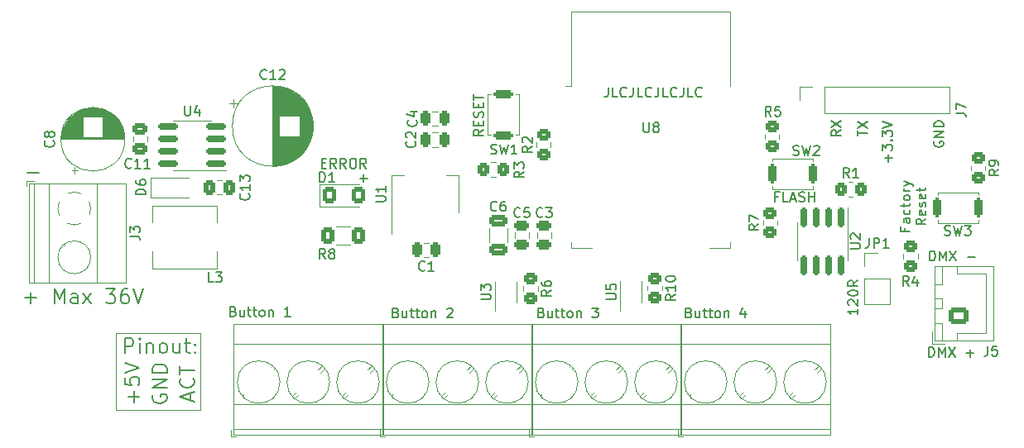
<source format=gbr>
%TF.GenerationSoftware,KiCad,Pcbnew,(6.0.8)*%
%TF.CreationDate,2022-10-05T23:25:23+02:00*%
%TF.ProjectId,DMX_ControllerBoard,444d585f-436f-46e7-9472-6f6c6c657242,rev?*%
%TF.SameCoordinates,Original*%
%TF.FileFunction,Legend,Top*%
%TF.FilePolarity,Positive*%
%FSLAX46Y46*%
G04 Gerber Fmt 4.6, Leading zero omitted, Abs format (unit mm)*
G04 Created by KiCad (PCBNEW (6.0.8)) date 2022-10-05 23:25:23*
%MOMM*%
%LPD*%
G01*
G04 APERTURE LIST*
G04 Aperture macros list*
%AMRoundRect*
0 Rectangle with rounded corners*
0 $1 Rounding radius*
0 $2 $3 $4 $5 $6 $7 $8 $9 X,Y pos of 4 corners*
0 Add a 4 corners polygon primitive as box body*
4,1,4,$2,$3,$4,$5,$6,$7,$8,$9,$2,$3,0*
0 Add four circle primitives for the rounded corners*
1,1,$1+$1,$2,$3*
1,1,$1+$1,$4,$5*
1,1,$1+$1,$6,$7*
1,1,$1+$1,$8,$9*
0 Add four rect primitives between the rounded corners*
20,1,$1+$1,$2,$3,$4,$5,0*
20,1,$1+$1,$4,$5,$6,$7,0*
20,1,$1+$1,$6,$7,$8,$9,0*
20,1,$1+$1,$8,$9,$2,$3,0*%
G04 Aperture macros list end*
%ADD10C,0.120000*%
%ADD11C,0.150000*%
%ADD12RoundRect,0.250000X-0.450000X0.350000X-0.450000X-0.350000X0.450000X-0.350000X0.450000X0.350000X0*%
%ADD13R,0.300000X0.800000*%
%ADD14R,1.600000X1.600000*%
%ADD15C,1.600000*%
%ADD16RoundRect,0.250000X-0.337500X-0.475000X0.337500X-0.475000X0.337500X0.475000X-0.337500X0.475000X0*%
%ADD17R,0.900000X1.200000*%
%ADD18R,2.600000X2.600000*%
%ADD19C,2.600000*%
%ADD20RoundRect,0.250000X0.750000X-0.600000X0.750000X0.600000X-0.750000X0.600000X-0.750000X-0.600000X0*%
%ADD21O,2.000000X1.700000*%
%ADD22R,1.500000X2.400000*%
%ADD23RoundRect,0.249999X-0.350001X-0.450001X0.350001X-0.450001X0.350001X0.450001X-0.350001X0.450001X0*%
%ADD24RoundRect,0.200000X0.800000X-0.200000X0.800000X0.200000X-0.800000X0.200000X-0.800000X-0.200000X0*%
%ADD25RoundRect,0.150000X-0.150000X0.825000X-0.150000X-0.825000X0.150000X-0.825000X0.150000X0.825000X0*%
%ADD26RoundRect,0.150000X0.825000X0.150000X-0.825000X0.150000X-0.825000X-0.150000X0.825000X-0.150000X0*%
%ADD27RoundRect,0.250000X0.250000X0.475000X-0.250000X0.475000X-0.250000X-0.475000X0.250000X-0.475000X0*%
%ADD28RoundRect,0.250000X-0.475000X0.250000X-0.475000X-0.250000X0.475000X-0.250000X0.475000X0.250000X0*%
%ADD29RoundRect,0.250000X-0.250000X-0.475000X0.250000X-0.475000X0.250000X0.475000X-0.250000X0.475000X0*%
%ADD30RoundRect,0.250000X-0.475000X0.337500X-0.475000X-0.337500X0.475000X-0.337500X0.475000X0.337500X0*%
%ADD31R,2.500000X1.000000*%
%ADD32R,1.000000X1.800000*%
%ADD33RoundRect,0.250000X-0.462500X-0.625000X0.462500X-0.625000X0.462500X0.625000X-0.462500X0.625000X0*%
%ADD34RoundRect,0.250000X0.400000X0.625000X-0.400000X0.625000X-0.400000X-0.625000X0.400000X-0.625000X0*%
%ADD35RoundRect,0.249999X0.450001X-0.350001X0.450001X0.350001X-0.450001X0.350001X-0.450001X-0.350001X0*%
%ADD36RoundRect,0.249999X-0.450001X0.350001X-0.450001X-0.350001X0.450001X-0.350001X0.450001X0.350001X0*%
%ADD37RoundRect,0.200000X-0.200000X-0.800000X0.200000X-0.800000X0.200000X0.800000X-0.200000X0.800000X0*%
%ADD38R,1.700000X1.700000*%
%ADD39O,1.700000X1.700000*%
%ADD40RoundRect,0.200000X0.200000X0.800000X-0.200000X0.800000X-0.200000X-0.800000X0.200000X-0.800000X0*%
%ADD41C,3.200000*%
%ADD42R,1.500000X2.000000*%
%ADD43R,3.800000X2.000000*%
%ADD44RoundRect,0.250000X-0.650000X0.325000X-0.650000X-0.325000X0.650000X-0.325000X0.650000X0.325000X0*%
%ADD45C,0.800000*%
%ADD46C,1.000000*%
G04 APERTURE END LIST*
D10*
X29464000Y-53594000D02*
X29464000Y-45720000D01*
X29464000Y-45720000D02*
X38100000Y-45720000D01*
X29718000Y-53594000D02*
X29464000Y-53594000D01*
X38100000Y-53594000D02*
X29718000Y-53594000D01*
X38100000Y-45720000D02*
X38100000Y-53594000D01*
D11*
X97209503Y-31731911D02*
X96876170Y-31731911D01*
X96876170Y-32255720D02*
X96876170Y-31255720D01*
X97352360Y-31255720D01*
X98209503Y-32255720D02*
X97733313Y-32255720D01*
X97733313Y-31255720D01*
X98495218Y-31970006D02*
X98971408Y-31970006D01*
X98399980Y-32255720D02*
X98733313Y-31255720D01*
X99066646Y-32255720D01*
X99352360Y-32208101D02*
X99495218Y-32255720D01*
X99733313Y-32255720D01*
X99828551Y-32208101D01*
X99876170Y-32160482D01*
X99923789Y-32065244D01*
X99923789Y-31970006D01*
X99876170Y-31874768D01*
X99828551Y-31827149D01*
X99733313Y-31779530D01*
X99542837Y-31731911D01*
X99447599Y-31684292D01*
X99399980Y-31636673D01*
X99352360Y-31541435D01*
X99352360Y-31446197D01*
X99399980Y-31350959D01*
X99447599Y-31303340D01*
X99542837Y-31255720D01*
X99780932Y-31255720D01*
X99923789Y-31303340D01*
X100352360Y-32255720D02*
X100352360Y-31255720D01*
X100352360Y-31731911D02*
X100923789Y-31731911D01*
X100923789Y-32255720D02*
X100923789Y-31255720D01*
X54419547Y-29852928D02*
X55181452Y-29852928D01*
X54800500Y-30233880D02*
X54800500Y-29471976D01*
X50530404Y-28313071D02*
X50863738Y-28313071D01*
X51006595Y-28836880D02*
X50530404Y-28836880D01*
X50530404Y-27836880D01*
X51006595Y-27836880D01*
X52006595Y-28836880D02*
X51673261Y-28360690D01*
X51435166Y-28836880D02*
X51435166Y-27836880D01*
X51816119Y-27836880D01*
X51911357Y-27884500D01*
X51958976Y-27932119D01*
X52006595Y-28027357D01*
X52006595Y-28170214D01*
X51958976Y-28265452D01*
X51911357Y-28313071D01*
X51816119Y-28360690D01*
X51435166Y-28360690D01*
X53006595Y-28836880D02*
X52673261Y-28360690D01*
X52435166Y-28836880D02*
X52435166Y-27836880D01*
X52816119Y-27836880D01*
X52911357Y-27884500D01*
X52958976Y-27932119D01*
X53006595Y-28027357D01*
X53006595Y-28170214D01*
X52958976Y-28265452D01*
X52911357Y-28313071D01*
X52816119Y-28360690D01*
X52435166Y-28360690D01*
X53625642Y-27836880D02*
X53816119Y-27836880D01*
X53911357Y-27884500D01*
X54006595Y-27979738D01*
X54054214Y-28170214D01*
X54054214Y-28503547D01*
X54006595Y-28694023D01*
X53911357Y-28789261D01*
X53816119Y-28836880D01*
X53625642Y-28836880D01*
X53530404Y-28789261D01*
X53435166Y-28694023D01*
X53387547Y-28503547D01*
X53387547Y-28170214D01*
X53435166Y-27979738D01*
X53530404Y-27884500D01*
X53625642Y-27836880D01*
X55054214Y-28836880D02*
X54720880Y-28360690D01*
X54482785Y-28836880D02*
X54482785Y-27836880D01*
X54863738Y-27836880D01*
X54958976Y-27884500D01*
X55006595Y-27932119D01*
X55054214Y-28027357D01*
X55054214Y-28170214D01*
X55006595Y-28265452D01*
X54958976Y-28313071D01*
X54863738Y-28360690D01*
X54482785Y-28360690D01*
X31298342Y-52830171D02*
X31298342Y-51687314D01*
X31869771Y-52258742D02*
X30726914Y-52258742D01*
X30369771Y-50258742D02*
X30369771Y-50973028D01*
X31084057Y-51044457D01*
X31012628Y-50973028D01*
X30941200Y-50830171D01*
X30941200Y-50473028D01*
X31012628Y-50330171D01*
X31084057Y-50258742D01*
X31226914Y-50187314D01*
X31584057Y-50187314D01*
X31726914Y-50258742D01*
X31798342Y-50330171D01*
X31869771Y-50473028D01*
X31869771Y-50830171D01*
X31798342Y-50973028D01*
X31726914Y-51044457D01*
X30369771Y-49758742D02*
X31869771Y-49258742D01*
X30369771Y-48758742D01*
X33260600Y-52044457D02*
X33189171Y-52187314D01*
X33189171Y-52401600D01*
X33260600Y-52615885D01*
X33403457Y-52758742D01*
X33546314Y-52830171D01*
X33832028Y-52901600D01*
X34046314Y-52901600D01*
X34332028Y-52830171D01*
X34474885Y-52758742D01*
X34617742Y-52615885D01*
X34689171Y-52401600D01*
X34689171Y-52258742D01*
X34617742Y-52044457D01*
X34546314Y-51973028D01*
X34046314Y-51973028D01*
X34046314Y-52258742D01*
X34689171Y-51330171D02*
X33189171Y-51330171D01*
X34689171Y-50473028D01*
X33189171Y-50473028D01*
X34689171Y-49758742D02*
X33189171Y-49758742D01*
X33189171Y-49401600D01*
X33260600Y-49187314D01*
X33403457Y-49044457D01*
X33546314Y-48973028D01*
X33832028Y-48901600D01*
X34046314Y-48901600D01*
X34332028Y-48973028D01*
X34474885Y-49044457D01*
X34617742Y-49187314D01*
X34689171Y-49401600D01*
X34689171Y-49758742D01*
X37080000Y-52580171D02*
X37080000Y-51865885D01*
X37508571Y-52723028D02*
X36008571Y-52223028D01*
X37508571Y-51723028D01*
X37365714Y-50365885D02*
X37437142Y-50437314D01*
X37508571Y-50651600D01*
X37508571Y-50794457D01*
X37437142Y-51008742D01*
X37294285Y-51151600D01*
X37151428Y-51223028D01*
X36865714Y-51294457D01*
X36651428Y-51294457D01*
X36365714Y-51223028D01*
X36222857Y-51151600D01*
X36080000Y-51008742D01*
X36008571Y-50794457D01*
X36008571Y-50651600D01*
X36080000Y-50437314D01*
X36151428Y-50365885D01*
X36008571Y-49937314D02*
X36008571Y-49080171D01*
X37508571Y-49508742D02*
X36008571Y-49508742D01*
X103639880Y-24931666D02*
X103163690Y-25265000D01*
X103639880Y-25503095D02*
X102639880Y-25503095D01*
X102639880Y-25122142D01*
X102687500Y-25026904D01*
X102735119Y-24979285D01*
X102830357Y-24931666D01*
X102973214Y-24931666D01*
X103068452Y-24979285D01*
X103116071Y-25026904D01*
X103163690Y-25122142D01*
X103163690Y-25503095D01*
X102639880Y-24598333D02*
X103639880Y-23931666D01*
X102639880Y-23931666D02*
X103639880Y-24598333D01*
X105306880Y-25526904D02*
X105306880Y-24955476D01*
X106306880Y-25241190D02*
X105306880Y-25241190D01*
X105306880Y-24717380D02*
X106306880Y-24050714D01*
X105306880Y-24050714D02*
X106306880Y-24717380D01*
X108465928Y-28162000D02*
X108465928Y-27400095D01*
X108846880Y-27781047D02*
X108084976Y-27781047D01*
X107846880Y-27019142D02*
X107846880Y-26400095D01*
X108227833Y-26733428D01*
X108227833Y-26590571D01*
X108275452Y-26495333D01*
X108323071Y-26447714D01*
X108418309Y-26400095D01*
X108656404Y-26400095D01*
X108751642Y-26447714D01*
X108799261Y-26495333D01*
X108846880Y-26590571D01*
X108846880Y-26876285D01*
X108799261Y-26971523D01*
X108751642Y-27019142D01*
X108751642Y-25971523D02*
X108799261Y-25923904D01*
X108846880Y-25971523D01*
X108799261Y-26019142D01*
X108751642Y-25971523D01*
X108846880Y-25971523D01*
X107846880Y-25590571D02*
X107846880Y-24971523D01*
X108227833Y-25304857D01*
X108227833Y-25162000D01*
X108275452Y-25066761D01*
X108323071Y-25019142D01*
X108418309Y-24971523D01*
X108656404Y-24971523D01*
X108751642Y-25019142D01*
X108799261Y-25066761D01*
X108846880Y-25162000D01*
X108846880Y-25447714D01*
X108799261Y-25542952D01*
X108751642Y-25590571D01*
X107846880Y-24685809D02*
X108846880Y-24352476D01*
X107846880Y-24019142D01*
X113165000Y-26098404D02*
X113117380Y-26193642D01*
X113117380Y-26336500D01*
X113165000Y-26479357D01*
X113260238Y-26574595D01*
X113355476Y-26622214D01*
X113545952Y-26669833D01*
X113688809Y-26669833D01*
X113879285Y-26622214D01*
X113974523Y-26574595D01*
X114069761Y-26479357D01*
X114117380Y-26336500D01*
X114117380Y-26241261D01*
X114069761Y-26098404D01*
X114022142Y-26050785D01*
X113688809Y-26050785D01*
X113688809Y-26241261D01*
X114117380Y-25622214D02*
X113117380Y-25622214D01*
X114117380Y-25050785D01*
X113117380Y-25050785D01*
X114117380Y-24574595D02*
X113117380Y-24574595D01*
X113117380Y-24336500D01*
X113165000Y-24193642D01*
X113260238Y-24098404D01*
X113355476Y-24050785D01*
X113545952Y-24003166D01*
X113688809Y-24003166D01*
X113879285Y-24050785D01*
X113974523Y-24098404D01*
X114069761Y-24193642D01*
X114117380Y-24336500D01*
X114117380Y-24574595D01*
X110172371Y-34932666D02*
X110172371Y-35266000D01*
X110696180Y-35266000D02*
X109696180Y-35266000D01*
X109696180Y-34789809D01*
X110696180Y-33980285D02*
X110172371Y-33980285D01*
X110077133Y-34027904D01*
X110029514Y-34123142D01*
X110029514Y-34313619D01*
X110077133Y-34408857D01*
X110648561Y-33980285D02*
X110696180Y-34075523D01*
X110696180Y-34313619D01*
X110648561Y-34408857D01*
X110553323Y-34456476D01*
X110458085Y-34456476D01*
X110362847Y-34408857D01*
X110315228Y-34313619D01*
X110315228Y-34075523D01*
X110267609Y-33980285D01*
X110648561Y-33075523D02*
X110696180Y-33170761D01*
X110696180Y-33361238D01*
X110648561Y-33456476D01*
X110600942Y-33504095D01*
X110505704Y-33551714D01*
X110219990Y-33551714D01*
X110124752Y-33504095D01*
X110077133Y-33456476D01*
X110029514Y-33361238D01*
X110029514Y-33170761D01*
X110077133Y-33075523D01*
X110029514Y-32789809D02*
X110029514Y-32408857D01*
X109696180Y-32646952D02*
X110553323Y-32646952D01*
X110648561Y-32599333D01*
X110696180Y-32504095D01*
X110696180Y-32408857D01*
X110696180Y-31932666D02*
X110648561Y-32027904D01*
X110600942Y-32075523D01*
X110505704Y-32123142D01*
X110219990Y-32123142D01*
X110124752Y-32075523D01*
X110077133Y-32027904D01*
X110029514Y-31932666D01*
X110029514Y-31789809D01*
X110077133Y-31694571D01*
X110124752Y-31646952D01*
X110219990Y-31599333D01*
X110505704Y-31599333D01*
X110600942Y-31646952D01*
X110648561Y-31694571D01*
X110696180Y-31789809D01*
X110696180Y-31932666D01*
X110696180Y-31170761D02*
X110029514Y-31170761D01*
X110219990Y-31170761D02*
X110124752Y-31123142D01*
X110077133Y-31075523D01*
X110029514Y-30980285D01*
X110029514Y-30885047D01*
X110029514Y-30646952D02*
X110696180Y-30408857D01*
X110029514Y-30170761D02*
X110696180Y-30408857D01*
X110934276Y-30504095D01*
X110981895Y-30551714D01*
X111029514Y-30646952D01*
X112306180Y-34004095D02*
X111829990Y-34337428D01*
X112306180Y-34575523D02*
X111306180Y-34575523D01*
X111306180Y-34194571D01*
X111353800Y-34099333D01*
X111401419Y-34051714D01*
X111496657Y-34004095D01*
X111639514Y-34004095D01*
X111734752Y-34051714D01*
X111782371Y-34099333D01*
X111829990Y-34194571D01*
X111829990Y-34575523D01*
X112258561Y-33194571D02*
X112306180Y-33289809D01*
X112306180Y-33480285D01*
X112258561Y-33575523D01*
X112163323Y-33623142D01*
X111782371Y-33623142D01*
X111687133Y-33575523D01*
X111639514Y-33480285D01*
X111639514Y-33289809D01*
X111687133Y-33194571D01*
X111782371Y-33146952D01*
X111877609Y-33146952D01*
X111972847Y-33623142D01*
X112258561Y-32766000D02*
X112306180Y-32670761D01*
X112306180Y-32480285D01*
X112258561Y-32385047D01*
X112163323Y-32337428D01*
X112115704Y-32337428D01*
X112020466Y-32385047D01*
X111972847Y-32480285D01*
X111972847Y-32623142D01*
X111925228Y-32718380D01*
X111829990Y-32766000D01*
X111782371Y-32766000D01*
X111687133Y-32718380D01*
X111639514Y-32623142D01*
X111639514Y-32480285D01*
X111687133Y-32385047D01*
X112258561Y-31527904D02*
X112306180Y-31623142D01*
X112306180Y-31813619D01*
X112258561Y-31908857D01*
X112163323Y-31956476D01*
X111782371Y-31956476D01*
X111687133Y-31908857D01*
X111639514Y-31813619D01*
X111639514Y-31623142D01*
X111687133Y-31527904D01*
X111782371Y-31480285D01*
X111877609Y-31480285D01*
X111972847Y-31956476D01*
X111639514Y-31194571D02*
X111639514Y-30813619D01*
X111306180Y-31051714D02*
X112163323Y-31051714D01*
X112258561Y-31004095D01*
X112306180Y-30908857D01*
X112306180Y-30813619D01*
X41481714Y-43489571D02*
X41624571Y-43537190D01*
X41672190Y-43584809D01*
X41719809Y-43680047D01*
X41719809Y-43822904D01*
X41672190Y-43918142D01*
X41624571Y-43965761D01*
X41529333Y-44013380D01*
X41148380Y-44013380D01*
X41148380Y-43013380D01*
X41481714Y-43013380D01*
X41576952Y-43061000D01*
X41624571Y-43108619D01*
X41672190Y-43203857D01*
X41672190Y-43299095D01*
X41624571Y-43394333D01*
X41576952Y-43441952D01*
X41481714Y-43489571D01*
X41148380Y-43489571D01*
X42576952Y-43346714D02*
X42576952Y-44013380D01*
X42148380Y-43346714D02*
X42148380Y-43870523D01*
X42196000Y-43965761D01*
X42291238Y-44013380D01*
X42434095Y-44013380D01*
X42529333Y-43965761D01*
X42576952Y-43918142D01*
X42910285Y-43346714D02*
X43291238Y-43346714D01*
X43053142Y-43013380D02*
X43053142Y-43870523D01*
X43100761Y-43965761D01*
X43196000Y-44013380D01*
X43291238Y-44013380D01*
X43481714Y-43346714D02*
X43862666Y-43346714D01*
X43624571Y-43013380D02*
X43624571Y-43870523D01*
X43672190Y-43965761D01*
X43767428Y-44013380D01*
X43862666Y-44013380D01*
X44338857Y-44013380D02*
X44243619Y-43965761D01*
X44196000Y-43918142D01*
X44148380Y-43822904D01*
X44148380Y-43537190D01*
X44196000Y-43441952D01*
X44243619Y-43394333D01*
X44338857Y-43346714D01*
X44481714Y-43346714D01*
X44576952Y-43394333D01*
X44624571Y-43441952D01*
X44672190Y-43537190D01*
X44672190Y-43822904D01*
X44624571Y-43918142D01*
X44576952Y-43965761D01*
X44481714Y-44013380D01*
X44338857Y-44013380D01*
X45100761Y-43346714D02*
X45100761Y-44013380D01*
X45100761Y-43441952D02*
X45148380Y-43394333D01*
X45243619Y-43346714D01*
X45386476Y-43346714D01*
X45481714Y-43394333D01*
X45529333Y-43489571D01*
X45529333Y-44013380D01*
X47291238Y-44013380D02*
X46719809Y-44013380D01*
X47005523Y-44013380D02*
X47005523Y-43013380D01*
X46910285Y-43156238D01*
X46815047Y-43251476D01*
X46719809Y-43299095D01*
X58118714Y-43616571D02*
X58261571Y-43664190D01*
X58309190Y-43711809D01*
X58356809Y-43807047D01*
X58356809Y-43949904D01*
X58309190Y-44045142D01*
X58261571Y-44092761D01*
X58166333Y-44140380D01*
X57785380Y-44140380D01*
X57785380Y-43140380D01*
X58118714Y-43140380D01*
X58213952Y-43188000D01*
X58261571Y-43235619D01*
X58309190Y-43330857D01*
X58309190Y-43426095D01*
X58261571Y-43521333D01*
X58213952Y-43568952D01*
X58118714Y-43616571D01*
X57785380Y-43616571D01*
X59213952Y-43473714D02*
X59213952Y-44140380D01*
X58785380Y-43473714D02*
X58785380Y-43997523D01*
X58833000Y-44092761D01*
X58928238Y-44140380D01*
X59071095Y-44140380D01*
X59166333Y-44092761D01*
X59213952Y-44045142D01*
X59547285Y-43473714D02*
X59928238Y-43473714D01*
X59690142Y-43140380D02*
X59690142Y-43997523D01*
X59737761Y-44092761D01*
X59833000Y-44140380D01*
X59928238Y-44140380D01*
X60118714Y-43473714D02*
X60499666Y-43473714D01*
X60261571Y-43140380D02*
X60261571Y-43997523D01*
X60309190Y-44092761D01*
X60404428Y-44140380D01*
X60499666Y-44140380D01*
X60975857Y-44140380D02*
X60880619Y-44092761D01*
X60833000Y-44045142D01*
X60785380Y-43949904D01*
X60785380Y-43664190D01*
X60833000Y-43568952D01*
X60880619Y-43521333D01*
X60975857Y-43473714D01*
X61118714Y-43473714D01*
X61213952Y-43521333D01*
X61261571Y-43568952D01*
X61309190Y-43664190D01*
X61309190Y-43949904D01*
X61261571Y-44045142D01*
X61213952Y-44092761D01*
X61118714Y-44140380D01*
X60975857Y-44140380D01*
X61737761Y-43473714D02*
X61737761Y-44140380D01*
X61737761Y-43568952D02*
X61785380Y-43521333D01*
X61880619Y-43473714D01*
X62023476Y-43473714D01*
X62118714Y-43521333D01*
X62166333Y-43616571D01*
X62166333Y-44140380D01*
X63356809Y-43235619D02*
X63404428Y-43188000D01*
X63499666Y-43140380D01*
X63737761Y-43140380D01*
X63833000Y-43188000D01*
X63880619Y-43235619D01*
X63928238Y-43330857D01*
X63928238Y-43426095D01*
X63880619Y-43568952D01*
X63309190Y-44140380D01*
X63928238Y-44140380D01*
X72977714Y-43616571D02*
X73120571Y-43664190D01*
X73168190Y-43711809D01*
X73215809Y-43807047D01*
X73215809Y-43949904D01*
X73168190Y-44045142D01*
X73120571Y-44092761D01*
X73025333Y-44140380D01*
X72644380Y-44140380D01*
X72644380Y-43140380D01*
X72977714Y-43140380D01*
X73072952Y-43188000D01*
X73120571Y-43235619D01*
X73168190Y-43330857D01*
X73168190Y-43426095D01*
X73120571Y-43521333D01*
X73072952Y-43568952D01*
X72977714Y-43616571D01*
X72644380Y-43616571D01*
X74072952Y-43473714D02*
X74072952Y-44140380D01*
X73644380Y-43473714D02*
X73644380Y-43997523D01*
X73692000Y-44092761D01*
X73787238Y-44140380D01*
X73930095Y-44140380D01*
X74025333Y-44092761D01*
X74072952Y-44045142D01*
X74406285Y-43473714D02*
X74787238Y-43473714D01*
X74549142Y-43140380D02*
X74549142Y-43997523D01*
X74596761Y-44092761D01*
X74692000Y-44140380D01*
X74787238Y-44140380D01*
X74977714Y-43473714D02*
X75358666Y-43473714D01*
X75120571Y-43140380D02*
X75120571Y-43997523D01*
X75168190Y-44092761D01*
X75263428Y-44140380D01*
X75358666Y-44140380D01*
X75834857Y-44140380D02*
X75739619Y-44092761D01*
X75692000Y-44045142D01*
X75644380Y-43949904D01*
X75644380Y-43664190D01*
X75692000Y-43568952D01*
X75739619Y-43521333D01*
X75834857Y-43473714D01*
X75977714Y-43473714D01*
X76072952Y-43521333D01*
X76120571Y-43568952D01*
X76168190Y-43664190D01*
X76168190Y-43949904D01*
X76120571Y-44045142D01*
X76072952Y-44092761D01*
X75977714Y-44140380D01*
X75834857Y-44140380D01*
X76596761Y-43473714D02*
X76596761Y-44140380D01*
X76596761Y-43568952D02*
X76644380Y-43521333D01*
X76739619Y-43473714D01*
X76882476Y-43473714D01*
X76977714Y-43521333D01*
X77025333Y-43616571D01*
X77025333Y-44140380D01*
X78168190Y-43140380D02*
X78787238Y-43140380D01*
X78453904Y-43521333D01*
X78596761Y-43521333D01*
X78692000Y-43568952D01*
X78739619Y-43616571D01*
X78787238Y-43711809D01*
X78787238Y-43949904D01*
X78739619Y-44045142D01*
X78692000Y-44092761D01*
X78596761Y-44140380D01*
X78311047Y-44140380D01*
X78215809Y-44092761D01*
X78168190Y-44045142D01*
X88090714Y-43616571D02*
X88233571Y-43664190D01*
X88281190Y-43711809D01*
X88328809Y-43807047D01*
X88328809Y-43949904D01*
X88281190Y-44045142D01*
X88233571Y-44092761D01*
X88138333Y-44140380D01*
X87757380Y-44140380D01*
X87757380Y-43140380D01*
X88090714Y-43140380D01*
X88185952Y-43188000D01*
X88233571Y-43235619D01*
X88281190Y-43330857D01*
X88281190Y-43426095D01*
X88233571Y-43521333D01*
X88185952Y-43568952D01*
X88090714Y-43616571D01*
X87757380Y-43616571D01*
X89185952Y-43473714D02*
X89185952Y-44140380D01*
X88757380Y-43473714D02*
X88757380Y-43997523D01*
X88805000Y-44092761D01*
X88900238Y-44140380D01*
X89043095Y-44140380D01*
X89138333Y-44092761D01*
X89185952Y-44045142D01*
X89519285Y-43473714D02*
X89900238Y-43473714D01*
X89662142Y-43140380D02*
X89662142Y-43997523D01*
X89709761Y-44092761D01*
X89805000Y-44140380D01*
X89900238Y-44140380D01*
X90090714Y-43473714D02*
X90471666Y-43473714D01*
X90233571Y-43140380D02*
X90233571Y-43997523D01*
X90281190Y-44092761D01*
X90376428Y-44140380D01*
X90471666Y-44140380D01*
X90947857Y-44140380D02*
X90852619Y-44092761D01*
X90805000Y-44045142D01*
X90757380Y-43949904D01*
X90757380Y-43664190D01*
X90805000Y-43568952D01*
X90852619Y-43521333D01*
X90947857Y-43473714D01*
X91090714Y-43473714D01*
X91185952Y-43521333D01*
X91233571Y-43568952D01*
X91281190Y-43664190D01*
X91281190Y-43949904D01*
X91233571Y-44045142D01*
X91185952Y-44092761D01*
X91090714Y-44140380D01*
X90947857Y-44140380D01*
X91709761Y-43473714D02*
X91709761Y-44140380D01*
X91709761Y-43568952D02*
X91757380Y-43521333D01*
X91852619Y-43473714D01*
X91995476Y-43473714D01*
X92090714Y-43521333D01*
X92138333Y-43616571D01*
X92138333Y-44140380D01*
X93805000Y-43473714D02*
X93805000Y-44140380D01*
X93566904Y-43092761D02*
X93328809Y-43807047D01*
X93947857Y-43807047D01*
X30413771Y-47770171D02*
X30413771Y-46270171D01*
X30985200Y-46270171D01*
X31128057Y-46341600D01*
X31199485Y-46413028D01*
X31270914Y-46555885D01*
X31270914Y-46770171D01*
X31199485Y-46913028D01*
X31128057Y-46984457D01*
X30985200Y-47055885D01*
X30413771Y-47055885D01*
X31913771Y-47770171D02*
X31913771Y-46770171D01*
X31913771Y-46270171D02*
X31842342Y-46341600D01*
X31913771Y-46413028D01*
X31985200Y-46341600D01*
X31913771Y-46270171D01*
X31913771Y-46413028D01*
X32628057Y-46770171D02*
X32628057Y-47770171D01*
X32628057Y-46913028D02*
X32699485Y-46841600D01*
X32842342Y-46770171D01*
X33056628Y-46770171D01*
X33199485Y-46841600D01*
X33270914Y-46984457D01*
X33270914Y-47770171D01*
X34199485Y-47770171D02*
X34056628Y-47698742D01*
X33985200Y-47627314D01*
X33913771Y-47484457D01*
X33913771Y-47055885D01*
X33985200Y-46913028D01*
X34056628Y-46841600D01*
X34199485Y-46770171D01*
X34413771Y-46770171D01*
X34556628Y-46841600D01*
X34628057Y-46913028D01*
X34699485Y-47055885D01*
X34699485Y-47484457D01*
X34628057Y-47627314D01*
X34556628Y-47698742D01*
X34413771Y-47770171D01*
X34199485Y-47770171D01*
X35985200Y-46770171D02*
X35985200Y-47770171D01*
X35342342Y-46770171D02*
X35342342Y-47555885D01*
X35413771Y-47698742D01*
X35556628Y-47770171D01*
X35770914Y-47770171D01*
X35913771Y-47698742D01*
X35985200Y-47627314D01*
X36485200Y-46770171D02*
X37056628Y-46770171D01*
X36699485Y-46270171D02*
X36699485Y-47555885D01*
X36770914Y-47698742D01*
X36913771Y-47770171D01*
X37056628Y-47770171D01*
X37556628Y-47627314D02*
X37628057Y-47698742D01*
X37556628Y-47770171D01*
X37485200Y-47698742D01*
X37556628Y-47627314D01*
X37556628Y-47770171D01*
X37556628Y-46841600D02*
X37628057Y-46913028D01*
X37556628Y-46984457D01*
X37485200Y-46913028D01*
X37556628Y-46841600D01*
X37556628Y-46984457D01*
X20182628Y-42118742D02*
X21325485Y-42118742D01*
X20754057Y-42690171D02*
X20754057Y-41547314D01*
X23182628Y-42690171D02*
X23182628Y-41190171D01*
X23682628Y-42261600D01*
X24182628Y-41190171D01*
X24182628Y-42690171D01*
X25539771Y-42690171D02*
X25539771Y-41904457D01*
X25468342Y-41761600D01*
X25325485Y-41690171D01*
X25039771Y-41690171D01*
X24896914Y-41761600D01*
X25539771Y-42618742D02*
X25396914Y-42690171D01*
X25039771Y-42690171D01*
X24896914Y-42618742D01*
X24825485Y-42475885D01*
X24825485Y-42333028D01*
X24896914Y-42190171D01*
X25039771Y-42118742D01*
X25396914Y-42118742D01*
X25539771Y-42047314D01*
X26111200Y-42690171D02*
X26896914Y-41690171D01*
X26111200Y-41690171D02*
X26896914Y-42690171D01*
X28468342Y-41190171D02*
X29396914Y-41190171D01*
X28896914Y-41761600D01*
X29111200Y-41761600D01*
X29254057Y-41833028D01*
X29325485Y-41904457D01*
X29396914Y-42047314D01*
X29396914Y-42404457D01*
X29325485Y-42547314D01*
X29254057Y-42618742D01*
X29111200Y-42690171D01*
X28682628Y-42690171D01*
X28539771Y-42618742D01*
X28468342Y-42547314D01*
X30682628Y-41190171D02*
X30396914Y-41190171D01*
X30254057Y-41261600D01*
X30182628Y-41333028D01*
X30039771Y-41547314D01*
X29968342Y-41833028D01*
X29968342Y-42404457D01*
X30039771Y-42547314D01*
X30111200Y-42618742D01*
X30254057Y-42690171D01*
X30539771Y-42690171D01*
X30682628Y-42618742D01*
X30754057Y-42547314D01*
X30825485Y-42404457D01*
X30825485Y-42047314D01*
X30754057Y-41904457D01*
X30682628Y-41833028D01*
X30539771Y-41761600D01*
X30254057Y-41761600D01*
X30111200Y-41833028D01*
X30039771Y-41904457D01*
X29968342Y-42047314D01*
X31254057Y-41190171D02*
X31754057Y-42690171D01*
X32254057Y-41190171D01*
X20408971Y-29266342D02*
X21551828Y-29266342D01*
X112701676Y-38298380D02*
X112701676Y-37298380D01*
X112939771Y-37298380D01*
X113082628Y-37346000D01*
X113177866Y-37441238D01*
X113225485Y-37536476D01*
X113273104Y-37726952D01*
X113273104Y-37869809D01*
X113225485Y-38060285D01*
X113177866Y-38155523D01*
X113082628Y-38250761D01*
X112939771Y-38298380D01*
X112701676Y-38298380D01*
X113701676Y-38298380D02*
X113701676Y-37298380D01*
X114035009Y-38012666D01*
X114368342Y-37298380D01*
X114368342Y-38298380D01*
X114749295Y-37298380D02*
X115415961Y-38298380D01*
X115415961Y-37298380D02*
X114749295Y-38298380D01*
X116558819Y-37917428D02*
X117320723Y-37917428D01*
X112600076Y-48153580D02*
X112600076Y-47153580D01*
X112838171Y-47153580D01*
X112981028Y-47201200D01*
X113076266Y-47296438D01*
X113123885Y-47391676D01*
X113171504Y-47582152D01*
X113171504Y-47725009D01*
X113123885Y-47915485D01*
X113076266Y-48010723D01*
X112981028Y-48105961D01*
X112838171Y-48153580D01*
X112600076Y-48153580D01*
X113600076Y-48153580D02*
X113600076Y-47153580D01*
X113933409Y-47867866D01*
X114266742Y-47153580D01*
X114266742Y-48153580D01*
X114647695Y-47153580D02*
X115314361Y-48153580D01*
X115314361Y-47153580D02*
X114647695Y-48153580D01*
X116457219Y-47772628D02*
X117219123Y-47772628D01*
X116838171Y-48153580D02*
X116838171Y-47391676D01*
X105354380Y-43229066D02*
X105354380Y-43800495D01*
X105354380Y-43514780D02*
X104354380Y-43514780D01*
X104497238Y-43610019D01*
X104592476Y-43705257D01*
X104640095Y-43800495D01*
X104449619Y-42848114D02*
X104402000Y-42800495D01*
X104354380Y-42705257D01*
X104354380Y-42467161D01*
X104402000Y-42371923D01*
X104449619Y-42324304D01*
X104544857Y-42276685D01*
X104640095Y-42276685D01*
X104782952Y-42324304D01*
X105354380Y-42895733D01*
X105354380Y-42276685D01*
X104354380Y-41657638D02*
X104354380Y-41562400D01*
X104402000Y-41467161D01*
X104449619Y-41419542D01*
X104544857Y-41371923D01*
X104735333Y-41324304D01*
X104973428Y-41324304D01*
X105163904Y-41371923D01*
X105259142Y-41419542D01*
X105306761Y-41467161D01*
X105354380Y-41562400D01*
X105354380Y-41657638D01*
X105306761Y-41752876D01*
X105259142Y-41800495D01*
X105163904Y-41848114D01*
X104973428Y-41895733D01*
X104735333Y-41895733D01*
X104544857Y-41848114D01*
X104449619Y-41800495D01*
X104402000Y-41752876D01*
X104354380Y-41657638D01*
X105354380Y-40324304D02*
X104878190Y-40657638D01*
X105354380Y-40895733D02*
X104354380Y-40895733D01*
X104354380Y-40514780D01*
X104402000Y-40419542D01*
X104449619Y-40371923D01*
X104544857Y-40324304D01*
X104687714Y-40324304D01*
X104782952Y-40371923D01*
X104830571Y-40419542D01*
X104878190Y-40514780D01*
X104878190Y-40895733D01*
X79810552Y-20534380D02*
X79810552Y-21248666D01*
X79762933Y-21391523D01*
X79667695Y-21486761D01*
X79524838Y-21534380D01*
X79429600Y-21534380D01*
X80762933Y-21534380D02*
X80286742Y-21534380D01*
X80286742Y-20534380D01*
X81667695Y-21439142D02*
X81620076Y-21486761D01*
X81477219Y-21534380D01*
X81381980Y-21534380D01*
X81239123Y-21486761D01*
X81143885Y-21391523D01*
X81096266Y-21296285D01*
X81048647Y-21105809D01*
X81048647Y-20962952D01*
X81096266Y-20772476D01*
X81143885Y-20677238D01*
X81239123Y-20582000D01*
X81381980Y-20534380D01*
X81477219Y-20534380D01*
X81620076Y-20582000D01*
X81667695Y-20629619D01*
X82381980Y-20534380D02*
X82381980Y-21248666D01*
X82334361Y-21391523D01*
X82239123Y-21486761D01*
X82096266Y-21534380D01*
X82001028Y-21534380D01*
X83334361Y-21534380D02*
X82858171Y-21534380D01*
X82858171Y-20534380D01*
X84239123Y-21439142D02*
X84191504Y-21486761D01*
X84048647Y-21534380D01*
X83953409Y-21534380D01*
X83810552Y-21486761D01*
X83715314Y-21391523D01*
X83667695Y-21296285D01*
X83620076Y-21105809D01*
X83620076Y-20962952D01*
X83667695Y-20772476D01*
X83715314Y-20677238D01*
X83810552Y-20582000D01*
X83953409Y-20534380D01*
X84048647Y-20534380D01*
X84191504Y-20582000D01*
X84239123Y-20629619D01*
X84953409Y-20534380D02*
X84953409Y-21248666D01*
X84905790Y-21391523D01*
X84810552Y-21486761D01*
X84667695Y-21534380D01*
X84572457Y-21534380D01*
X85905790Y-21534380D02*
X85429600Y-21534380D01*
X85429600Y-20534380D01*
X86810552Y-21439142D02*
X86762933Y-21486761D01*
X86620076Y-21534380D01*
X86524838Y-21534380D01*
X86381980Y-21486761D01*
X86286742Y-21391523D01*
X86239123Y-21296285D01*
X86191504Y-21105809D01*
X86191504Y-20962952D01*
X86239123Y-20772476D01*
X86286742Y-20677238D01*
X86381980Y-20582000D01*
X86524838Y-20534380D01*
X86620076Y-20534380D01*
X86762933Y-20582000D01*
X86810552Y-20629619D01*
X87524838Y-20534380D02*
X87524838Y-21248666D01*
X87477219Y-21391523D01*
X87381980Y-21486761D01*
X87239123Y-21534380D01*
X87143885Y-21534380D01*
X88477219Y-21534380D02*
X88001028Y-21534380D01*
X88001028Y-20534380D01*
X89381980Y-21439142D02*
X89334361Y-21486761D01*
X89191504Y-21534380D01*
X89096266Y-21534380D01*
X88953409Y-21486761D01*
X88858171Y-21391523D01*
X88810552Y-21296285D01*
X88762933Y-21105809D01*
X88762933Y-20962952D01*
X88810552Y-20772476D01*
X88858171Y-20677238D01*
X88953409Y-20582000D01*
X89096266Y-20534380D01*
X89191504Y-20534380D01*
X89334361Y-20582000D01*
X89381980Y-20629619D01*
X67063880Y-24883880D02*
X66587690Y-25217214D01*
X67063880Y-25455309D02*
X66063880Y-25455309D01*
X66063880Y-25074357D01*
X66111500Y-24979119D01*
X66159119Y-24931500D01*
X66254357Y-24883880D01*
X66397214Y-24883880D01*
X66492452Y-24931500D01*
X66540071Y-24979119D01*
X66587690Y-25074357D01*
X66587690Y-25455309D01*
X66540071Y-24455309D02*
X66540071Y-24121976D01*
X67063880Y-23979119D02*
X67063880Y-24455309D01*
X66063880Y-24455309D01*
X66063880Y-23979119D01*
X67016261Y-23598166D02*
X67063880Y-23455309D01*
X67063880Y-23217214D01*
X67016261Y-23121976D01*
X66968642Y-23074357D01*
X66873404Y-23026738D01*
X66778166Y-23026738D01*
X66682928Y-23074357D01*
X66635309Y-23121976D01*
X66587690Y-23217214D01*
X66540071Y-23407690D01*
X66492452Y-23502928D01*
X66444833Y-23550547D01*
X66349595Y-23598166D01*
X66254357Y-23598166D01*
X66159119Y-23550547D01*
X66111500Y-23502928D01*
X66063880Y-23407690D01*
X66063880Y-23169595D01*
X66111500Y-23026738D01*
X66540071Y-22598166D02*
X66540071Y-22264833D01*
X67063880Y-22121976D02*
X67063880Y-22598166D01*
X66063880Y-22598166D01*
X66063880Y-22121976D01*
X66063880Y-21836261D02*
X66063880Y-21264833D01*
X67063880Y-21550547D02*
X66063880Y-21550547D01*
%TO.C,R10*%
X86684380Y-41764857D02*
X86208190Y-42098190D01*
X86684380Y-42336285D02*
X85684380Y-42336285D01*
X85684380Y-41955333D01*
X85732000Y-41860095D01*
X85779619Y-41812476D01*
X85874857Y-41764857D01*
X86017714Y-41764857D01*
X86112952Y-41812476D01*
X86160571Y-41860095D01*
X86208190Y-41955333D01*
X86208190Y-42336285D01*
X86684380Y-40812476D02*
X86684380Y-41383904D01*
X86684380Y-41098190D02*
X85684380Y-41098190D01*
X85827238Y-41193428D01*
X85922476Y-41288666D01*
X85970095Y-41383904D01*
X85684380Y-40193428D02*
X85684380Y-40098190D01*
X85732000Y-40002952D01*
X85779619Y-39955333D01*
X85874857Y-39907714D01*
X86065333Y-39860095D01*
X86303428Y-39860095D01*
X86493904Y-39907714D01*
X86589142Y-39955333D01*
X86636761Y-40002952D01*
X86684380Y-40098190D01*
X86684380Y-40193428D01*
X86636761Y-40288666D01*
X86589142Y-40336285D01*
X86493904Y-40383904D01*
X86303428Y-40431523D01*
X86065333Y-40431523D01*
X85874857Y-40383904D01*
X85779619Y-40336285D01*
X85732000Y-40288666D01*
X85684380Y-40193428D01*
%TO.C,U5*%
X79621380Y-42264904D02*
X80430904Y-42264904D01*
X80526142Y-42217285D01*
X80573761Y-42169666D01*
X80621380Y-42074428D01*
X80621380Y-41883952D01*
X80573761Y-41788714D01*
X80526142Y-41741095D01*
X80430904Y-41693476D01*
X79621380Y-41693476D01*
X79621380Y-40741095D02*
X79621380Y-41217285D01*
X80097571Y-41264904D01*
X80049952Y-41217285D01*
X80002333Y-41122047D01*
X80002333Y-40883952D01*
X80049952Y-40788714D01*
X80097571Y-40741095D01*
X80192809Y-40693476D01*
X80430904Y-40693476D01*
X80526142Y-40741095D01*
X80573761Y-40788714D01*
X80621380Y-40883952D01*
X80621380Y-41122047D01*
X80573761Y-41217285D01*
X80526142Y-41264904D01*
%TO.C,U3*%
X66794380Y-42290904D02*
X67603904Y-42290904D01*
X67699142Y-42243285D01*
X67746761Y-42195666D01*
X67794380Y-42100428D01*
X67794380Y-41909952D01*
X67746761Y-41814714D01*
X67699142Y-41767095D01*
X67603904Y-41719476D01*
X66794380Y-41719476D01*
X66794380Y-41338523D02*
X66794380Y-40719476D01*
X67175333Y-41052809D01*
X67175333Y-40909952D01*
X67222952Y-40814714D01*
X67270571Y-40767095D01*
X67365809Y-40719476D01*
X67603904Y-40719476D01*
X67699142Y-40767095D01*
X67746761Y-40814714D01*
X67794380Y-40909952D01*
X67794380Y-41195666D01*
X67746761Y-41290904D01*
X67699142Y-41338523D01*
%TO.C,R6*%
X73984380Y-41314666D02*
X73508190Y-41648000D01*
X73984380Y-41886095D02*
X72984380Y-41886095D01*
X72984380Y-41505142D01*
X73032000Y-41409904D01*
X73079619Y-41362285D01*
X73174857Y-41314666D01*
X73317714Y-41314666D01*
X73412952Y-41362285D01*
X73460571Y-41409904D01*
X73508190Y-41505142D01*
X73508190Y-41886095D01*
X72984380Y-40457523D02*
X72984380Y-40648000D01*
X73032000Y-40743238D01*
X73079619Y-40790857D01*
X73222476Y-40886095D01*
X73412952Y-40933714D01*
X73793904Y-40933714D01*
X73889142Y-40886095D01*
X73936761Y-40838476D01*
X73984380Y-40743238D01*
X73984380Y-40552761D01*
X73936761Y-40457523D01*
X73889142Y-40409904D01*
X73793904Y-40362285D01*
X73555809Y-40362285D01*
X73460571Y-40409904D01*
X73412952Y-40457523D01*
X73365333Y-40552761D01*
X73365333Y-40743238D01*
X73412952Y-40838476D01*
X73460571Y-40886095D01*
X73555809Y-40933714D01*
%TO.C,C8*%
X23071642Y-26031166D02*
X23119261Y-26078785D01*
X23166880Y-26221642D01*
X23166880Y-26316880D01*
X23119261Y-26459738D01*
X23024023Y-26554976D01*
X22928785Y-26602595D01*
X22738309Y-26650214D01*
X22595452Y-26650214D01*
X22404976Y-26602595D01*
X22309738Y-26554976D01*
X22214500Y-26459738D01*
X22166880Y-26316880D01*
X22166880Y-26221642D01*
X22214500Y-26078785D01*
X22262119Y-26031166D01*
X22595452Y-25459738D02*
X22547833Y-25554976D01*
X22500214Y-25602595D01*
X22404976Y-25650214D01*
X22357357Y-25650214D01*
X22262119Y-25602595D01*
X22214500Y-25554976D01*
X22166880Y-25459738D01*
X22166880Y-25269261D01*
X22214500Y-25174023D01*
X22262119Y-25126404D01*
X22357357Y-25078785D01*
X22404976Y-25078785D01*
X22500214Y-25126404D01*
X22547833Y-25174023D01*
X22595452Y-25269261D01*
X22595452Y-25459738D01*
X22643071Y-25554976D01*
X22690690Y-25602595D01*
X22785928Y-25650214D01*
X22976404Y-25650214D01*
X23071642Y-25602595D01*
X23119261Y-25554976D01*
X23166880Y-25459738D01*
X23166880Y-25269261D01*
X23119261Y-25174023D01*
X23071642Y-25126404D01*
X22976404Y-25078785D01*
X22785928Y-25078785D01*
X22690690Y-25126404D01*
X22643071Y-25174023D01*
X22595452Y-25269261D01*
%TO.C,C12*%
X44858642Y-19618142D02*
X44811023Y-19665761D01*
X44668166Y-19713380D01*
X44572928Y-19713380D01*
X44430071Y-19665761D01*
X44334833Y-19570523D01*
X44287214Y-19475285D01*
X44239595Y-19284809D01*
X44239595Y-19141952D01*
X44287214Y-18951476D01*
X44334833Y-18856238D01*
X44430071Y-18761000D01*
X44572928Y-18713380D01*
X44668166Y-18713380D01*
X44811023Y-18761000D01*
X44858642Y-18808619D01*
X45811023Y-19713380D02*
X45239595Y-19713380D01*
X45525309Y-19713380D02*
X45525309Y-18713380D01*
X45430071Y-18856238D01*
X45334833Y-18951476D01*
X45239595Y-18999095D01*
X46191976Y-18808619D02*
X46239595Y-18761000D01*
X46334833Y-18713380D01*
X46572928Y-18713380D01*
X46668166Y-18761000D01*
X46715785Y-18808619D01*
X46763404Y-18903857D01*
X46763404Y-18999095D01*
X46715785Y-19141952D01*
X46144357Y-19713380D01*
X46763404Y-19713380D01*
%TO.C,C13*%
X43054542Y-31453057D02*
X43102161Y-31500676D01*
X43149780Y-31643533D01*
X43149780Y-31738771D01*
X43102161Y-31881628D01*
X43006923Y-31976866D01*
X42911685Y-32024485D01*
X42721209Y-32072104D01*
X42578352Y-32072104D01*
X42387876Y-32024485D01*
X42292638Y-31976866D01*
X42197400Y-31881628D01*
X42149780Y-31738771D01*
X42149780Y-31643533D01*
X42197400Y-31500676D01*
X42245019Y-31453057D01*
X43149780Y-30500676D02*
X43149780Y-31072104D01*
X43149780Y-30786390D02*
X42149780Y-30786390D01*
X42292638Y-30881628D01*
X42387876Y-30976866D01*
X42435495Y-31072104D01*
X42149780Y-30167342D02*
X42149780Y-29548295D01*
X42530733Y-29881628D01*
X42530733Y-29738771D01*
X42578352Y-29643533D01*
X42625971Y-29595914D01*
X42721209Y-29548295D01*
X42959304Y-29548295D01*
X43054542Y-29595914D01*
X43102161Y-29643533D01*
X43149780Y-29738771D01*
X43149780Y-30024485D01*
X43102161Y-30119723D01*
X43054542Y-30167342D01*
%TO.C,D6*%
X32519880Y-31522895D02*
X31519880Y-31522895D01*
X31519880Y-31284800D01*
X31567500Y-31141942D01*
X31662738Y-31046704D01*
X31757976Y-30999085D01*
X31948452Y-30951466D01*
X32091309Y-30951466D01*
X32281785Y-30999085D01*
X32377023Y-31046704D01*
X32472261Y-31141942D01*
X32519880Y-31284800D01*
X32519880Y-31522895D01*
X31519880Y-30094323D02*
X31519880Y-30284800D01*
X31567500Y-30380038D01*
X31615119Y-30427657D01*
X31757976Y-30522895D01*
X31948452Y-30570514D01*
X32329404Y-30570514D01*
X32424642Y-30522895D01*
X32472261Y-30475276D01*
X32519880Y-30380038D01*
X32519880Y-30189561D01*
X32472261Y-30094323D01*
X32424642Y-30046704D01*
X32329404Y-29999085D01*
X32091309Y-29999085D01*
X31996071Y-30046704D01*
X31948452Y-30094323D01*
X31900833Y-30189561D01*
X31900833Y-30380038D01*
X31948452Y-30475276D01*
X31996071Y-30522895D01*
X32091309Y-30570514D01*
%TO.C,J3*%
X30921880Y-35789833D02*
X31636166Y-35789833D01*
X31779023Y-35837452D01*
X31874261Y-35932690D01*
X31921880Y-36075547D01*
X31921880Y-36170785D01*
X30921880Y-35408880D02*
X30921880Y-34789833D01*
X31302833Y-35123166D01*
X31302833Y-34980309D01*
X31350452Y-34885071D01*
X31398071Y-34837452D01*
X31493309Y-34789833D01*
X31731404Y-34789833D01*
X31826642Y-34837452D01*
X31874261Y-34885071D01*
X31921880Y-34980309D01*
X31921880Y-35266023D01*
X31874261Y-35361261D01*
X31826642Y-35408880D01*
%TO.C,J5*%
X118640266Y-47051980D02*
X118640266Y-47766266D01*
X118592647Y-47909123D01*
X118497409Y-48004361D01*
X118354552Y-48051980D01*
X118259314Y-48051980D01*
X119592647Y-47051980D02*
X119116457Y-47051980D01*
X119068838Y-47528171D01*
X119116457Y-47480552D01*
X119211695Y-47432933D01*
X119449790Y-47432933D01*
X119545028Y-47480552D01*
X119592647Y-47528171D01*
X119640266Y-47623409D01*
X119640266Y-47861504D01*
X119592647Y-47956742D01*
X119545028Y-48004361D01*
X119449790Y-48051980D01*
X119211695Y-48051980D01*
X119116457Y-48004361D01*
X119068838Y-47956742D01*
%TO.C,L3*%
X39431933Y-40482780D02*
X38955742Y-40482780D01*
X38955742Y-39482780D01*
X39670028Y-39482780D02*
X40289076Y-39482780D01*
X39955742Y-39863733D01*
X40098600Y-39863733D01*
X40193838Y-39911352D01*
X40241457Y-39958971D01*
X40289076Y-40054209D01*
X40289076Y-40292304D01*
X40241457Y-40387542D01*
X40193838Y-40435161D01*
X40098600Y-40482780D01*
X39812885Y-40482780D01*
X39717647Y-40435161D01*
X39670028Y-40387542D01*
%TO.C,R3*%
X71191380Y-29186166D02*
X70715190Y-29519500D01*
X71191380Y-29757595D02*
X70191380Y-29757595D01*
X70191380Y-29376642D01*
X70239000Y-29281404D01*
X70286619Y-29233785D01*
X70381857Y-29186166D01*
X70524714Y-29186166D01*
X70619952Y-29233785D01*
X70667571Y-29281404D01*
X70715190Y-29376642D01*
X70715190Y-29757595D01*
X70191380Y-28852833D02*
X70191380Y-28233785D01*
X70572333Y-28567119D01*
X70572333Y-28424261D01*
X70619952Y-28329023D01*
X70667571Y-28281404D01*
X70762809Y-28233785D01*
X71000904Y-28233785D01*
X71096142Y-28281404D01*
X71143761Y-28329023D01*
X71191380Y-28424261D01*
X71191380Y-28709976D01*
X71143761Y-28805214D01*
X71096142Y-28852833D01*
%TO.C,SW1*%
X67818166Y-27328761D02*
X67961023Y-27376380D01*
X68199119Y-27376380D01*
X68294357Y-27328761D01*
X68341976Y-27281142D01*
X68389595Y-27185904D01*
X68389595Y-27090666D01*
X68341976Y-26995428D01*
X68294357Y-26947809D01*
X68199119Y-26900190D01*
X68008642Y-26852571D01*
X67913404Y-26804952D01*
X67865785Y-26757333D01*
X67818166Y-26662095D01*
X67818166Y-26566857D01*
X67865785Y-26471619D01*
X67913404Y-26424000D01*
X68008642Y-26376380D01*
X68246738Y-26376380D01*
X68389595Y-26424000D01*
X68722928Y-26376380D02*
X68961023Y-27376380D01*
X69151500Y-26662095D01*
X69341976Y-27376380D01*
X69580071Y-26376380D01*
X70484833Y-27376380D02*
X69913404Y-27376380D01*
X70199119Y-27376380D02*
X70199119Y-26376380D01*
X70103880Y-26519238D01*
X70008642Y-26614476D01*
X69913404Y-26662095D01*
%TO.C,U2*%
X104592080Y-37083904D02*
X105401604Y-37083904D01*
X105496842Y-37036285D01*
X105544461Y-36988666D01*
X105592080Y-36893428D01*
X105592080Y-36702952D01*
X105544461Y-36607714D01*
X105496842Y-36560095D01*
X105401604Y-36512476D01*
X104592080Y-36512476D01*
X104687319Y-36083904D02*
X104639700Y-36036285D01*
X104592080Y-35941047D01*
X104592080Y-35702952D01*
X104639700Y-35607714D01*
X104687319Y-35560095D01*
X104782557Y-35512476D01*
X104877795Y-35512476D01*
X105020652Y-35560095D01*
X105592080Y-36131523D01*
X105592080Y-35512476D01*
%TO.C,U4*%
X36512595Y-22439380D02*
X36512595Y-23248904D01*
X36560214Y-23344142D01*
X36607833Y-23391761D01*
X36703071Y-23439380D01*
X36893547Y-23439380D01*
X36988785Y-23391761D01*
X37036404Y-23344142D01*
X37084023Y-23248904D01*
X37084023Y-22439380D01*
X37988785Y-22772714D02*
X37988785Y-23439380D01*
X37750690Y-22391761D02*
X37512595Y-23106047D01*
X38131642Y-23106047D01*
%TO.C,C1*%
X61047333Y-39248142D02*
X60999714Y-39295761D01*
X60856857Y-39343380D01*
X60761619Y-39343380D01*
X60618761Y-39295761D01*
X60523523Y-39200523D01*
X60475904Y-39105285D01*
X60428285Y-38914809D01*
X60428285Y-38771952D01*
X60475904Y-38581476D01*
X60523523Y-38486238D01*
X60618761Y-38391000D01*
X60761619Y-38343380D01*
X60856857Y-38343380D01*
X60999714Y-38391000D01*
X61047333Y-38438619D01*
X61999714Y-39343380D02*
X61428285Y-39343380D01*
X61714000Y-39343380D02*
X61714000Y-38343380D01*
X61618761Y-38486238D01*
X61523523Y-38581476D01*
X61428285Y-38629095D01*
%TO.C,C3*%
X73112333Y-33758142D02*
X73064714Y-33805761D01*
X72921857Y-33853380D01*
X72826619Y-33853380D01*
X72683761Y-33805761D01*
X72588523Y-33710523D01*
X72540904Y-33615285D01*
X72493285Y-33424809D01*
X72493285Y-33281952D01*
X72540904Y-33091476D01*
X72588523Y-32996238D01*
X72683761Y-32901000D01*
X72826619Y-32853380D01*
X72921857Y-32853380D01*
X73064714Y-32901000D01*
X73112333Y-32948619D01*
X73445666Y-32853380D02*
X74064714Y-32853380D01*
X73731380Y-33234333D01*
X73874238Y-33234333D01*
X73969476Y-33281952D01*
X74017095Y-33329571D01*
X74064714Y-33424809D01*
X74064714Y-33662904D01*
X74017095Y-33758142D01*
X73969476Y-33805761D01*
X73874238Y-33853380D01*
X73588523Y-33853380D01*
X73493285Y-33805761D01*
X73445666Y-33758142D01*
%TO.C,C4*%
X60174142Y-23915666D02*
X60221761Y-23963285D01*
X60269380Y-24106142D01*
X60269380Y-24201380D01*
X60221761Y-24344238D01*
X60126523Y-24439476D01*
X60031285Y-24487095D01*
X59840809Y-24534714D01*
X59697952Y-24534714D01*
X59507476Y-24487095D01*
X59412238Y-24439476D01*
X59317000Y-24344238D01*
X59269380Y-24201380D01*
X59269380Y-24106142D01*
X59317000Y-23963285D01*
X59364619Y-23915666D01*
X59602714Y-23058523D02*
X60269380Y-23058523D01*
X59221761Y-23296619D02*
X59936047Y-23534714D01*
X59936047Y-22915666D01*
%TO.C,R1*%
X104459233Y-29803080D02*
X104125900Y-29326890D01*
X103887804Y-29803080D02*
X103887804Y-28803080D01*
X104268757Y-28803080D01*
X104363995Y-28850700D01*
X104411614Y-28898319D01*
X104459233Y-28993557D01*
X104459233Y-29136414D01*
X104411614Y-29231652D01*
X104363995Y-29279271D01*
X104268757Y-29326890D01*
X103887804Y-29326890D01*
X105411614Y-29803080D02*
X104840185Y-29803080D01*
X105125900Y-29803080D02*
X105125900Y-28803080D01*
X105030661Y-28945938D01*
X104935423Y-29041176D01*
X104840185Y-29088795D01*
%TO.C,C11*%
X31043642Y-28741642D02*
X30996023Y-28789261D01*
X30853166Y-28836880D01*
X30757928Y-28836880D01*
X30615071Y-28789261D01*
X30519833Y-28694023D01*
X30472214Y-28598785D01*
X30424595Y-28408309D01*
X30424595Y-28265452D01*
X30472214Y-28074976D01*
X30519833Y-27979738D01*
X30615071Y-27884500D01*
X30757928Y-27836880D01*
X30853166Y-27836880D01*
X30996023Y-27884500D01*
X31043642Y-27932119D01*
X31996023Y-28836880D02*
X31424595Y-28836880D01*
X31710309Y-28836880D02*
X31710309Y-27836880D01*
X31615071Y-27979738D01*
X31519833Y-28074976D01*
X31424595Y-28122595D01*
X32948404Y-28836880D02*
X32376976Y-28836880D01*
X32662690Y-28836880D02*
X32662690Y-27836880D01*
X32567452Y-27979738D01*
X32472214Y-28074976D01*
X32376976Y-28122595D01*
%TO.C,U8*%
X83439095Y-24153880D02*
X83439095Y-24963404D01*
X83486714Y-25058642D01*
X83534333Y-25106261D01*
X83629571Y-25153880D01*
X83820047Y-25153880D01*
X83915285Y-25106261D01*
X83962904Y-25058642D01*
X84010523Y-24963404D01*
X84010523Y-24153880D01*
X84629571Y-24582452D02*
X84534333Y-24534833D01*
X84486714Y-24487214D01*
X84439095Y-24391976D01*
X84439095Y-24344357D01*
X84486714Y-24249119D01*
X84534333Y-24201500D01*
X84629571Y-24153880D01*
X84820047Y-24153880D01*
X84915285Y-24201500D01*
X84962904Y-24249119D01*
X85010523Y-24344357D01*
X85010523Y-24391976D01*
X84962904Y-24487214D01*
X84915285Y-24534833D01*
X84820047Y-24582452D01*
X84629571Y-24582452D01*
X84534333Y-24630071D01*
X84486714Y-24677690D01*
X84439095Y-24772928D01*
X84439095Y-24963404D01*
X84486714Y-25058642D01*
X84534333Y-25106261D01*
X84629571Y-25153880D01*
X84820047Y-25153880D01*
X84915285Y-25106261D01*
X84962904Y-25058642D01*
X85010523Y-24963404D01*
X85010523Y-24772928D01*
X84962904Y-24677690D01*
X84915285Y-24630071D01*
X84820047Y-24582452D01*
%TO.C,D1*%
X50315904Y-30233880D02*
X50315904Y-29233880D01*
X50554000Y-29233880D01*
X50696857Y-29281500D01*
X50792095Y-29376738D01*
X50839714Y-29471976D01*
X50887333Y-29662452D01*
X50887333Y-29805309D01*
X50839714Y-29995785D01*
X50792095Y-30091023D01*
X50696857Y-30186261D01*
X50554000Y-30233880D01*
X50315904Y-30233880D01*
X51839714Y-30233880D02*
X51268285Y-30233880D01*
X51554000Y-30233880D02*
X51554000Y-29233880D01*
X51458761Y-29376738D01*
X51363523Y-29471976D01*
X51268285Y-29519595D01*
%TO.C,R8*%
X50887333Y-38107880D02*
X50554000Y-37631690D01*
X50315904Y-38107880D02*
X50315904Y-37107880D01*
X50696857Y-37107880D01*
X50792095Y-37155500D01*
X50839714Y-37203119D01*
X50887333Y-37298357D01*
X50887333Y-37441214D01*
X50839714Y-37536452D01*
X50792095Y-37584071D01*
X50696857Y-37631690D01*
X50315904Y-37631690D01*
X51458761Y-37536452D02*
X51363523Y-37488833D01*
X51315904Y-37441214D01*
X51268285Y-37345976D01*
X51268285Y-37298357D01*
X51315904Y-37203119D01*
X51363523Y-37155500D01*
X51458761Y-37107880D01*
X51649238Y-37107880D01*
X51744476Y-37155500D01*
X51792095Y-37203119D01*
X51839714Y-37298357D01*
X51839714Y-37345976D01*
X51792095Y-37441214D01*
X51744476Y-37488833D01*
X51649238Y-37536452D01*
X51458761Y-37536452D01*
X51363523Y-37584071D01*
X51315904Y-37631690D01*
X51268285Y-37726928D01*
X51268285Y-37917404D01*
X51315904Y-38012642D01*
X51363523Y-38060261D01*
X51458761Y-38107880D01*
X51649238Y-38107880D01*
X51744476Y-38060261D01*
X51792095Y-38012642D01*
X51839714Y-37917404D01*
X51839714Y-37726928D01*
X51792095Y-37631690D01*
X51744476Y-37584071D01*
X51649238Y-37536452D01*
%TO.C,R2*%
X72017880Y-26582666D02*
X71541690Y-26916000D01*
X72017880Y-27154095D02*
X71017880Y-27154095D01*
X71017880Y-26773142D01*
X71065500Y-26677904D01*
X71113119Y-26630285D01*
X71208357Y-26582666D01*
X71351214Y-26582666D01*
X71446452Y-26630285D01*
X71494071Y-26677904D01*
X71541690Y-26773142D01*
X71541690Y-27154095D01*
X71113119Y-26201714D02*
X71065500Y-26154095D01*
X71017880Y-26058857D01*
X71017880Y-25820761D01*
X71065500Y-25725523D01*
X71113119Y-25677904D01*
X71208357Y-25630285D01*
X71303595Y-25630285D01*
X71446452Y-25677904D01*
X72017880Y-26249333D01*
X72017880Y-25630285D01*
%TO.C,R5*%
X96480333Y-23502880D02*
X96147000Y-23026690D01*
X95908904Y-23502880D02*
X95908904Y-22502880D01*
X96289857Y-22502880D01*
X96385095Y-22550500D01*
X96432714Y-22598119D01*
X96480333Y-22693357D01*
X96480333Y-22836214D01*
X96432714Y-22931452D01*
X96385095Y-22979071D01*
X96289857Y-23026690D01*
X95908904Y-23026690D01*
X97385095Y-22502880D02*
X96908904Y-22502880D01*
X96861285Y-22979071D01*
X96908904Y-22931452D01*
X97004142Y-22883833D01*
X97242238Y-22883833D01*
X97337476Y-22931452D01*
X97385095Y-22979071D01*
X97432714Y-23074309D01*
X97432714Y-23312404D01*
X97385095Y-23407642D01*
X97337476Y-23455261D01*
X97242238Y-23502880D01*
X97004142Y-23502880D01*
X96908904Y-23455261D01*
X96861285Y-23407642D01*
%TO.C,SW2*%
X98742666Y-27455761D02*
X98885523Y-27503380D01*
X99123619Y-27503380D01*
X99218857Y-27455761D01*
X99266476Y-27408142D01*
X99314095Y-27312904D01*
X99314095Y-27217666D01*
X99266476Y-27122428D01*
X99218857Y-27074809D01*
X99123619Y-27027190D01*
X98933142Y-26979571D01*
X98837904Y-26931952D01*
X98790285Y-26884333D01*
X98742666Y-26789095D01*
X98742666Y-26693857D01*
X98790285Y-26598619D01*
X98837904Y-26551000D01*
X98933142Y-26503380D01*
X99171238Y-26503380D01*
X99314095Y-26551000D01*
X99647428Y-26503380D02*
X99885523Y-27503380D01*
X100076000Y-26789095D01*
X100266476Y-27503380D01*
X100504571Y-26503380D01*
X100837904Y-26598619D02*
X100885523Y-26551000D01*
X100980761Y-26503380D01*
X101218857Y-26503380D01*
X101314095Y-26551000D01*
X101361714Y-26598619D01*
X101409333Y-26693857D01*
X101409333Y-26789095D01*
X101361714Y-26931952D01*
X100790285Y-27503380D01*
X101409333Y-27503380D01*
%TO.C,R7*%
X95195380Y-34583666D02*
X94719190Y-34917000D01*
X95195380Y-35155095D02*
X94195380Y-35155095D01*
X94195380Y-34774142D01*
X94243000Y-34678904D01*
X94290619Y-34631285D01*
X94385857Y-34583666D01*
X94528714Y-34583666D01*
X94623952Y-34631285D01*
X94671571Y-34678904D01*
X94719190Y-34774142D01*
X94719190Y-35155095D01*
X94195380Y-34250333D02*
X94195380Y-33583666D01*
X95195380Y-34012238D01*
%TO.C,J7*%
X115403380Y-23193333D02*
X116117666Y-23193333D01*
X116260523Y-23240952D01*
X116355761Y-23336190D01*
X116403380Y-23479047D01*
X116403380Y-23574285D01*
X115403380Y-22812380D02*
X115403380Y-22145714D01*
X116403380Y-22574285D01*
%TO.C,R9*%
X119755180Y-28970266D02*
X119278990Y-29303600D01*
X119755180Y-29541695D02*
X118755180Y-29541695D01*
X118755180Y-29160742D01*
X118802800Y-29065504D01*
X118850419Y-29017885D01*
X118945657Y-28970266D01*
X119088514Y-28970266D01*
X119183752Y-29017885D01*
X119231371Y-29065504D01*
X119278990Y-29160742D01*
X119278990Y-29541695D01*
X119755180Y-28494076D02*
X119755180Y-28303600D01*
X119707561Y-28208361D01*
X119659942Y-28160742D01*
X119517085Y-28065504D01*
X119326609Y-28017885D01*
X118945657Y-28017885D01*
X118850419Y-28065504D01*
X118802800Y-28113123D01*
X118755180Y-28208361D01*
X118755180Y-28398838D01*
X118802800Y-28494076D01*
X118850419Y-28541695D01*
X118945657Y-28589314D01*
X119183752Y-28589314D01*
X119278990Y-28541695D01*
X119326609Y-28494076D01*
X119374228Y-28398838D01*
X119374228Y-28208361D01*
X119326609Y-28113123D01*
X119278990Y-28065504D01*
X119183752Y-28017885D01*
%TO.C,SW3*%
X114236666Y-35659961D02*
X114379523Y-35707580D01*
X114617619Y-35707580D01*
X114712857Y-35659961D01*
X114760476Y-35612342D01*
X114808095Y-35517104D01*
X114808095Y-35421866D01*
X114760476Y-35326628D01*
X114712857Y-35279009D01*
X114617619Y-35231390D01*
X114427142Y-35183771D01*
X114331904Y-35136152D01*
X114284285Y-35088533D01*
X114236666Y-34993295D01*
X114236666Y-34898057D01*
X114284285Y-34802819D01*
X114331904Y-34755200D01*
X114427142Y-34707580D01*
X114665238Y-34707580D01*
X114808095Y-34755200D01*
X115141428Y-34707580D02*
X115379523Y-35707580D01*
X115570000Y-34993295D01*
X115760476Y-35707580D01*
X115998571Y-34707580D01*
X116284285Y-34707580D02*
X116903333Y-34707580D01*
X116570000Y-35088533D01*
X116712857Y-35088533D01*
X116808095Y-35136152D01*
X116855714Y-35183771D01*
X116903333Y-35279009D01*
X116903333Y-35517104D01*
X116855714Y-35612342D01*
X116808095Y-35659961D01*
X116712857Y-35707580D01*
X116427142Y-35707580D01*
X116331904Y-35659961D01*
X116284285Y-35612342D01*
%TO.C,JP1*%
X106507066Y-35984380D02*
X106507066Y-36698666D01*
X106459447Y-36841523D01*
X106364209Y-36936761D01*
X106221352Y-36984380D01*
X106126114Y-36984380D01*
X106983257Y-36984380D02*
X106983257Y-35984380D01*
X107364209Y-35984380D01*
X107459447Y-36032000D01*
X107507066Y-36079619D01*
X107554685Y-36174857D01*
X107554685Y-36317714D01*
X107507066Y-36412952D01*
X107459447Y-36460571D01*
X107364209Y-36508190D01*
X106983257Y-36508190D01*
X108507066Y-36984380D02*
X107935638Y-36984380D01*
X108221352Y-36984380D02*
X108221352Y-35984380D01*
X108126114Y-36127238D01*
X108030876Y-36222476D01*
X107935638Y-36270095D01*
%TO.C,R4*%
X110577333Y-40889180D02*
X110244000Y-40412990D01*
X110005904Y-40889180D02*
X110005904Y-39889180D01*
X110386857Y-39889180D01*
X110482095Y-39936800D01*
X110529714Y-39984419D01*
X110577333Y-40079657D01*
X110577333Y-40222514D01*
X110529714Y-40317752D01*
X110482095Y-40365371D01*
X110386857Y-40412990D01*
X110005904Y-40412990D01*
X111434476Y-40222514D02*
X111434476Y-40889180D01*
X111196380Y-39841561D02*
X110958285Y-40555847D01*
X111577333Y-40555847D01*
%TO.C,U1*%
X56039380Y-32257904D02*
X56848904Y-32257904D01*
X56944142Y-32210285D01*
X56991761Y-32162666D01*
X57039380Y-32067428D01*
X57039380Y-31876952D01*
X56991761Y-31781714D01*
X56944142Y-31734095D01*
X56848904Y-31686476D01*
X56039380Y-31686476D01*
X57039380Y-30686476D02*
X57039380Y-31257904D01*
X57039380Y-30972190D02*
X56039380Y-30972190D01*
X56182238Y-31067428D01*
X56277476Y-31162666D01*
X56325095Y-31257904D01*
%TO.C,C2*%
X60047142Y-26074666D02*
X60094761Y-26122285D01*
X60142380Y-26265142D01*
X60142380Y-26360380D01*
X60094761Y-26503238D01*
X59999523Y-26598476D01*
X59904285Y-26646095D01*
X59713809Y-26693714D01*
X59570952Y-26693714D01*
X59380476Y-26646095D01*
X59285238Y-26598476D01*
X59190000Y-26503238D01*
X59142380Y-26360380D01*
X59142380Y-26265142D01*
X59190000Y-26122285D01*
X59237619Y-26074666D01*
X59237619Y-25693714D02*
X59190000Y-25646095D01*
X59142380Y-25550857D01*
X59142380Y-25312761D01*
X59190000Y-25217523D01*
X59237619Y-25169904D01*
X59332857Y-25122285D01*
X59428095Y-25122285D01*
X59570952Y-25169904D01*
X60142380Y-25741333D01*
X60142380Y-25122285D01*
%TO.C,C6*%
X68413333Y-33123142D02*
X68365714Y-33170761D01*
X68222857Y-33218380D01*
X68127619Y-33218380D01*
X67984761Y-33170761D01*
X67889523Y-33075523D01*
X67841904Y-32980285D01*
X67794285Y-32789809D01*
X67794285Y-32646952D01*
X67841904Y-32456476D01*
X67889523Y-32361238D01*
X67984761Y-32266000D01*
X68127619Y-32218380D01*
X68222857Y-32218380D01*
X68365714Y-32266000D01*
X68413333Y-32313619D01*
X69270476Y-32218380D02*
X69080000Y-32218380D01*
X68984761Y-32266000D01*
X68937142Y-32313619D01*
X68841904Y-32456476D01*
X68794285Y-32646952D01*
X68794285Y-33027904D01*
X68841904Y-33123142D01*
X68889523Y-33170761D01*
X68984761Y-33218380D01*
X69175238Y-33218380D01*
X69270476Y-33170761D01*
X69318095Y-33123142D01*
X69365714Y-33027904D01*
X69365714Y-32789809D01*
X69318095Y-32694571D01*
X69270476Y-32646952D01*
X69175238Y-32599333D01*
X68984761Y-32599333D01*
X68889523Y-32646952D01*
X68841904Y-32694571D01*
X68794285Y-32789809D01*
%TO.C,C5*%
X70826333Y-33758142D02*
X70778714Y-33805761D01*
X70635857Y-33853380D01*
X70540619Y-33853380D01*
X70397761Y-33805761D01*
X70302523Y-33710523D01*
X70254904Y-33615285D01*
X70207285Y-33424809D01*
X70207285Y-33281952D01*
X70254904Y-33091476D01*
X70302523Y-32996238D01*
X70397761Y-32901000D01*
X70540619Y-32853380D01*
X70635857Y-32853380D01*
X70778714Y-32901000D01*
X70826333Y-32948619D01*
X71731095Y-32853380D02*
X71254904Y-32853380D01*
X71207285Y-33329571D01*
X71254904Y-33281952D01*
X71350142Y-33234333D01*
X71588238Y-33234333D01*
X71683476Y-33281952D01*
X71731095Y-33329571D01*
X71778714Y-33424809D01*
X71778714Y-33662904D01*
X71731095Y-33758142D01*
X71683476Y-33805761D01*
X71588238Y-33853380D01*
X71350142Y-33853380D01*
X71254904Y-33805761D01*
X71207285Y-33758142D01*
D10*
%TO.C,R10*%
X85317000Y-40894936D02*
X85317000Y-41349064D01*
X83847000Y-40894936D02*
X83847000Y-41349064D01*
%TO.C,U5*%
X83269000Y-40403000D02*
X83269000Y-42603000D01*
X81069000Y-40403000D02*
X81069000Y-43403000D01*
%TO.C,U3*%
X70442000Y-40429000D02*
X70442000Y-42629000D01*
X68242000Y-40429000D02*
X68242000Y-43429000D01*
%TO.C,R6*%
X72617000Y-40920936D02*
X72617000Y-41375064D01*
X71147000Y-40920936D02*
X71147000Y-41375064D01*
%TO.C,C8*%
X24238500Y-24383500D02*
X26074500Y-24383500D01*
X28154500Y-24783500D02*
X30161500Y-24783500D01*
X24198500Y-24463500D02*
X26074500Y-24463500D01*
X23892500Y-25624500D02*
X26074500Y-25624500D01*
X28154500Y-24183500D02*
X29880500Y-24183500D01*
X28154500Y-23743500D02*
X29564500Y-23743500D01*
X24536500Y-23903500D02*
X26074500Y-23903500D01*
X24977500Y-23423500D02*
X29251500Y-23423500D01*
X26055500Y-22783500D02*
X28173500Y-22783500D01*
X24053500Y-24823500D02*
X26074500Y-24823500D01*
X24398500Y-24103500D02*
X26074500Y-24103500D01*
X28154500Y-24583500D02*
X30084500Y-24583500D01*
X23884500Y-25824500D02*
X30344500Y-25824500D01*
X24450500Y-24023500D02*
X26074500Y-24023500D01*
X24302500Y-24263500D02*
X26074500Y-24263500D01*
X24016500Y-24943500D02*
X26074500Y-24943500D01*
X24112500Y-24663500D02*
X26074500Y-24663500D01*
X28154500Y-25464500D02*
X30320500Y-25464500D01*
X24280500Y-24303500D02*
X26074500Y-24303500D01*
X25533500Y-23023500D02*
X28695500Y-23023500D01*
X25764500Y-22903500D02*
X28464500Y-22903500D01*
X28154500Y-24623500D02*
X30100500Y-24623500D01*
X24028500Y-24903500D02*
X26074500Y-24903500D01*
X25852500Y-22863500D02*
X28376500Y-22863500D01*
X23884500Y-25784500D02*
X30344500Y-25784500D01*
X28154500Y-23823500D02*
X29630500Y-23823500D01*
X28154500Y-25544500D02*
X30329500Y-25544500D01*
X24809500Y-23583500D02*
X26074500Y-23583500D01*
X25464500Y-23063500D02*
X28764500Y-23063500D01*
X24566500Y-23863500D02*
X26074500Y-23863500D01*
X24598500Y-23823500D02*
X26074500Y-23823500D01*
X24218500Y-24423500D02*
X26074500Y-24423500D01*
X25338500Y-23143500D02*
X28890500Y-23143500D01*
X25070500Y-23343500D02*
X29158500Y-23343500D01*
X24067500Y-24783500D02*
X26074500Y-24783500D01*
X23919500Y-25384500D02*
X26074500Y-25384500D01*
X28154500Y-23863500D02*
X29662500Y-23863500D01*
X28154500Y-24263500D02*
X29926500Y-24263500D01*
X23896500Y-25584500D02*
X26074500Y-25584500D01*
X24096500Y-24703500D02*
X26074500Y-24703500D01*
X28154500Y-24063500D02*
X29804500Y-24063500D01*
X23964500Y-25143500D02*
X26074500Y-25143500D01*
X28154500Y-23983500D02*
X29750500Y-23983500D01*
X28154500Y-25143500D02*
X30264500Y-25143500D01*
X23890500Y-25664500D02*
X30338500Y-25664500D01*
X23983500Y-25063500D02*
X26074500Y-25063500D01*
X28154500Y-25103500D02*
X30255500Y-25103500D01*
X23884500Y-25864500D02*
X30344500Y-25864500D01*
X24162500Y-24543500D02*
X26074500Y-24543500D01*
X24348500Y-24183500D02*
X26074500Y-24183500D01*
X26312500Y-22703500D02*
X27916500Y-22703500D01*
X26712500Y-22623500D02*
X27516500Y-22623500D01*
X28154500Y-25184500D02*
X30273500Y-25184500D01*
X24180500Y-24503500D02*
X26074500Y-24503500D01*
X24478500Y-23983500D02*
X26074500Y-23983500D01*
X28154500Y-24743500D02*
X30147500Y-24743500D01*
X23993500Y-25023500D02*
X26074500Y-25023500D01*
X24040500Y-24863500D02*
X26074500Y-24863500D01*
X28154500Y-24903500D02*
X30200500Y-24903500D01*
X28154500Y-25264500D02*
X30289500Y-25264500D01*
X28154500Y-24503500D02*
X30048500Y-24503500D01*
X26174500Y-22743500D02*
X28054500Y-22743500D01*
X28154500Y-24023500D02*
X29778500Y-24023500D01*
X24081500Y-24743500D02*
X26074500Y-24743500D01*
X28154500Y-24943500D02*
X30212500Y-24943500D01*
X24932500Y-23463500D02*
X29296500Y-23463500D01*
X28154500Y-25224500D02*
X30281500Y-25224500D01*
X25022500Y-23383500D02*
X29206500Y-23383500D01*
X28154500Y-24303500D02*
X29948500Y-24303500D01*
X28154500Y-24223500D02*
X29904500Y-24223500D01*
X24144500Y-24583500D02*
X26074500Y-24583500D01*
X23886500Y-25744500D02*
X30342500Y-25744500D01*
X25400500Y-23103500D02*
X28828500Y-23103500D01*
X25275500Y-29364741D02*
X25275500Y-28734741D01*
X28154500Y-25304500D02*
X30296500Y-25304500D01*
X28154500Y-23703500D02*
X29530500Y-23703500D01*
X28154500Y-24543500D02*
X30066500Y-24543500D01*
X28154500Y-25624500D02*
X30336500Y-25624500D01*
X28154500Y-24343500D02*
X29970500Y-24343500D01*
X28154500Y-25063500D02*
X30245500Y-25063500D01*
X28154500Y-24703500D02*
X30132500Y-24703500D01*
X23973500Y-25103500D02*
X26074500Y-25103500D01*
X28154500Y-23783500D02*
X29598500Y-23783500D01*
X23899500Y-25544500D02*
X26074500Y-25544500D01*
X28154500Y-23903500D02*
X29692500Y-23903500D01*
X25682500Y-22943500D02*
X28546500Y-22943500D01*
X28154500Y-23583500D02*
X29419500Y-23583500D01*
X28154500Y-23623500D02*
X29457500Y-23623500D01*
X23908500Y-25464500D02*
X26074500Y-25464500D01*
X23939500Y-25264500D02*
X26074500Y-25264500D01*
X23947500Y-25224500D02*
X26074500Y-25224500D01*
X25224500Y-23223500D02*
X29004500Y-23223500D01*
X28154500Y-24143500D02*
X29856500Y-24143500D01*
X28154500Y-25424500D02*
X30315500Y-25424500D01*
X24960500Y-29049741D02*
X25590500Y-29049741D01*
X25949500Y-22823500D02*
X28279500Y-22823500D01*
X25280500Y-23183500D02*
X28948500Y-23183500D01*
X28154500Y-24863500D02*
X30188500Y-24863500D01*
X24630500Y-23783500D02*
X26074500Y-23783500D01*
X28154500Y-23943500D02*
X29721500Y-23943500D01*
X24664500Y-23743500D02*
X26074500Y-23743500D01*
X26481500Y-22663500D02*
X27747500Y-22663500D01*
X28154500Y-24383500D02*
X29990500Y-24383500D01*
X25605500Y-22983500D02*
X28623500Y-22983500D01*
X24004500Y-24983500D02*
X26074500Y-24983500D01*
X23887500Y-25704500D02*
X30341500Y-25704500D01*
X24372500Y-24143500D02*
X26074500Y-24143500D01*
X24771500Y-23623500D02*
X26074500Y-23623500D01*
X28154500Y-24423500D02*
X30010500Y-24423500D01*
X28154500Y-25023500D02*
X30235500Y-25023500D01*
X23903500Y-25504500D02*
X26074500Y-25504500D01*
X28154500Y-24463500D02*
X30030500Y-24463500D01*
X28154500Y-24983500D02*
X30224500Y-24983500D01*
X28154500Y-23663500D02*
X29494500Y-23663500D01*
X28154500Y-25504500D02*
X30325500Y-25504500D01*
X24424500Y-24063500D02*
X26074500Y-24063500D01*
X28154500Y-24663500D02*
X30116500Y-24663500D01*
X25119500Y-23303500D02*
X29109500Y-23303500D01*
X28154500Y-25384500D02*
X30309500Y-25384500D01*
X23932500Y-25304500D02*
X26074500Y-25304500D01*
X23913500Y-25424500D02*
X26074500Y-25424500D01*
X24324500Y-24223500D02*
X26074500Y-24223500D01*
X24128500Y-24623500D02*
X26074500Y-24623500D01*
X28154500Y-24823500D02*
X30175500Y-24823500D01*
X24890500Y-23503500D02*
X29338500Y-23503500D01*
X24698500Y-23703500D02*
X26074500Y-23703500D01*
X25170500Y-23263500D02*
X29058500Y-23263500D01*
X23955500Y-25184500D02*
X26074500Y-25184500D01*
X28154500Y-25344500D02*
X30303500Y-25344500D01*
X28154500Y-24103500D02*
X29830500Y-24103500D01*
X24507500Y-23943500D02*
X26074500Y-23943500D01*
X23925500Y-25344500D02*
X26074500Y-25344500D01*
X28154500Y-25584500D02*
X30332500Y-25584500D01*
X24258500Y-24343500D02*
X26074500Y-24343500D01*
X24849500Y-23543500D02*
X29379500Y-23543500D01*
X24734500Y-23663500D02*
X26074500Y-23663500D01*
X30384500Y-25864500D02*
G75*
G03*
X30384500Y-25864500I-3270000J0D01*
G01*
%TO.C,C12*%
X45821500Y-20443000D02*
X45821500Y-28579000D01*
X45621500Y-20432000D02*
X45621500Y-28590000D01*
X46582500Y-20575000D02*
X46582500Y-23471000D01*
X47862500Y-25551000D02*
X47862500Y-27849000D01*
X46662500Y-20597000D02*
X46662500Y-23471000D01*
X47302500Y-25551000D02*
X47302500Y-28177000D01*
X47622500Y-25551000D02*
X47622500Y-28004000D01*
X47342500Y-20864000D02*
X47342500Y-23471000D01*
X49542500Y-23743000D02*
X49542500Y-25279000D01*
X45501500Y-20431000D02*
X45501500Y-28591000D01*
X48062500Y-25551000D02*
X48062500Y-27700000D01*
X46862500Y-20661000D02*
X46862500Y-23471000D01*
X49342500Y-23058000D02*
X49342500Y-25964000D01*
X49382500Y-23165000D02*
X49382500Y-25857000D01*
X48102500Y-21355000D02*
X48102500Y-23471000D01*
X48782500Y-22057000D02*
X48782500Y-26965000D01*
X47702500Y-25551000D02*
X47702500Y-27955000D01*
X47102500Y-20754000D02*
X47102500Y-23471000D01*
X47182500Y-20789000D02*
X47182500Y-23471000D01*
X46862500Y-25551000D02*
X46862500Y-28361000D01*
X46582500Y-25551000D02*
X46582500Y-28447000D01*
X46502500Y-20554000D02*
X46502500Y-23471000D01*
X46302500Y-25551000D02*
X46302500Y-28513000D01*
X48622500Y-21860000D02*
X48622500Y-27162000D01*
X48982500Y-22345000D02*
X48982500Y-26677000D01*
X46822500Y-20648000D02*
X46822500Y-23471000D01*
X49502500Y-23563000D02*
X49502500Y-25459000D01*
X47942500Y-25551000D02*
X47942500Y-27791000D01*
X45661500Y-20434000D02*
X45661500Y-28588000D01*
X47902500Y-25551000D02*
X47902500Y-27820000D01*
X47062500Y-20737000D02*
X47062500Y-23471000D01*
X49582500Y-23978000D02*
X49582500Y-25044000D01*
X46702500Y-20609000D02*
X46702500Y-23471000D01*
X45741500Y-20437000D02*
X45741500Y-28585000D01*
X45701500Y-20435000D02*
X45701500Y-28587000D01*
X47582500Y-25551000D02*
X47582500Y-28028000D01*
X46262500Y-25551000D02*
X46262500Y-28521000D01*
X45941500Y-20454000D02*
X45941500Y-28568000D01*
X47782500Y-21119000D02*
X47782500Y-23471000D01*
X46742500Y-20622000D02*
X46742500Y-23471000D01*
X47262500Y-20825000D02*
X47262500Y-23471000D01*
X46942500Y-25551000D02*
X46942500Y-28332000D01*
X46302500Y-20509000D02*
X46302500Y-23471000D01*
X45861500Y-20446000D02*
X45861500Y-28576000D01*
X47662500Y-21042000D02*
X47662500Y-23471000D01*
X47262500Y-25551000D02*
X47262500Y-28197000D01*
X48182500Y-21421000D02*
X48182500Y-23471000D01*
X49182500Y-22698000D02*
X49182500Y-26324000D01*
X47182500Y-25551000D02*
X47182500Y-28233000D01*
X48102500Y-25551000D02*
X48102500Y-27667000D01*
X48262500Y-21492000D02*
X48262500Y-23471000D01*
X47382500Y-20884000D02*
X47382500Y-23471000D01*
X47902500Y-21202000D02*
X47902500Y-23471000D01*
X47662500Y-25551000D02*
X47662500Y-27980000D01*
X47462500Y-20927000D02*
X47462500Y-23471000D01*
X46422500Y-20535000D02*
X46422500Y-23471000D01*
X49222500Y-22780000D02*
X49222500Y-26242000D01*
X45901500Y-20450000D02*
X45901500Y-28572000D01*
X46902500Y-20676000D02*
X46902500Y-23471000D01*
X46101500Y-20474000D02*
X46101500Y-28548000D01*
X47582500Y-20994000D02*
X47582500Y-23471000D01*
X46342500Y-25551000D02*
X46342500Y-28505000D01*
X49142500Y-22621000D02*
X49142500Y-26401000D01*
X47062500Y-25551000D02*
X47062500Y-28285000D01*
X48022500Y-25551000D02*
X48022500Y-27731000D01*
X48822500Y-22111000D02*
X48822500Y-26911000D01*
X46622500Y-20586000D02*
X46622500Y-23471000D01*
X47982500Y-21261000D02*
X47982500Y-23471000D01*
X47102500Y-25551000D02*
X47102500Y-28268000D01*
X48542500Y-21770000D02*
X48542500Y-27252000D01*
X48502500Y-21727000D02*
X48502500Y-27295000D01*
X46462500Y-20544000D02*
X46462500Y-23471000D01*
X45981500Y-20459000D02*
X45981500Y-28563000D01*
X46262500Y-20501000D02*
X46262500Y-23471000D01*
X46342500Y-20517000D02*
X46342500Y-23471000D01*
X47862500Y-21173000D02*
X47862500Y-23471000D01*
X48222500Y-21456000D02*
X48222500Y-23471000D01*
X48422500Y-21644000D02*
X48422500Y-27378000D01*
X47622500Y-21018000D02*
X47622500Y-23471000D01*
X46181500Y-20487000D02*
X46181500Y-28535000D01*
X46021500Y-20463000D02*
X46021500Y-28559000D01*
X46462500Y-25551000D02*
X46462500Y-28478000D01*
X46382500Y-20526000D02*
X46382500Y-23471000D01*
X47742500Y-21093000D02*
X47742500Y-23471000D01*
X47022500Y-20721000D02*
X47022500Y-23471000D01*
X48862500Y-22166000D02*
X48862500Y-26856000D01*
X47822500Y-25551000D02*
X47822500Y-27876000D01*
X46902500Y-25551000D02*
X46902500Y-28346000D01*
X46222500Y-20494000D02*
X46222500Y-23471000D01*
X48462500Y-21685000D02*
X48462500Y-27337000D01*
X47742500Y-25551000D02*
X47742500Y-27929000D01*
X46222500Y-25551000D02*
X46222500Y-28528000D01*
X47542500Y-25551000D02*
X47542500Y-28051000D01*
X41491802Y-21796000D02*
X41491802Y-22596000D01*
X49262500Y-22866000D02*
X49262500Y-26156000D01*
X47142500Y-20771000D02*
X47142500Y-23471000D01*
X48302500Y-21528000D02*
X48302500Y-27494000D01*
X47142500Y-25551000D02*
X47142500Y-28251000D01*
X46742500Y-25551000D02*
X46742500Y-28400000D01*
X48742500Y-22006000D02*
X48742500Y-27016000D01*
X46782500Y-20634000D02*
X46782500Y-23471000D01*
X45541500Y-20431000D02*
X45541500Y-28591000D01*
X46382500Y-25551000D02*
X46382500Y-28496000D01*
X48342500Y-21566000D02*
X48342500Y-27456000D01*
X47422500Y-25551000D02*
X47422500Y-28117000D01*
X47822500Y-21146000D02*
X47822500Y-23471000D01*
X47982500Y-25551000D02*
X47982500Y-27761000D01*
X48022500Y-21291000D02*
X48022500Y-23471000D01*
X47222500Y-20807000D02*
X47222500Y-23471000D01*
X48142500Y-21387000D02*
X48142500Y-23471000D01*
X46061500Y-20469000D02*
X46061500Y-28553000D01*
X49022500Y-22409000D02*
X49022500Y-26613000D01*
X46141500Y-20481000D02*
X46141500Y-28541000D01*
X48382500Y-21604000D02*
X48382500Y-27418000D01*
X47542500Y-20971000D02*
X47542500Y-23471000D01*
X49062500Y-22477000D02*
X49062500Y-26545000D01*
X48222500Y-25551000D02*
X48222500Y-27566000D01*
X46622500Y-25551000D02*
X46622500Y-28436000D01*
X46502500Y-25551000D02*
X46502500Y-28468000D01*
X48262500Y-25551000D02*
X48262500Y-27530000D01*
X48702500Y-21955000D02*
X48702500Y-27067000D01*
X48582500Y-21814000D02*
X48582500Y-27208000D01*
X49462500Y-23413000D02*
X49462500Y-25609000D01*
X47022500Y-25551000D02*
X47022500Y-28301000D01*
X47382500Y-25551000D02*
X47382500Y-28138000D01*
X41091802Y-22196000D02*
X41891802Y-22196000D01*
X49302500Y-22959000D02*
X49302500Y-26063000D01*
X46982500Y-20706000D02*
X46982500Y-23471000D01*
X46542500Y-20564000D02*
X46542500Y-23471000D01*
X49102500Y-22547000D02*
X49102500Y-26475000D01*
X48062500Y-21322000D02*
X48062500Y-23471000D01*
X47422500Y-20905000D02*
X47422500Y-23471000D01*
X46822500Y-25551000D02*
X46822500Y-28374000D01*
X48902500Y-22224000D02*
X48902500Y-26798000D01*
X47222500Y-25551000D02*
X47222500Y-28215000D01*
X47342500Y-25551000D02*
X47342500Y-28158000D01*
X45581500Y-20431000D02*
X45581500Y-28591000D01*
X47702500Y-21067000D02*
X47702500Y-23471000D01*
X47302500Y-20845000D02*
X47302500Y-23471000D01*
X45781500Y-20440000D02*
X45781500Y-28582000D01*
X48182500Y-25551000D02*
X48182500Y-27601000D01*
X47782500Y-25551000D02*
X47782500Y-27903000D01*
X46982500Y-25551000D02*
X46982500Y-28316000D01*
X49422500Y-23282000D02*
X49422500Y-25740000D01*
X46542500Y-25551000D02*
X46542500Y-28458000D01*
X48942500Y-22283000D02*
X48942500Y-26739000D01*
X46942500Y-20690000D02*
X46942500Y-23471000D01*
X46702500Y-25551000D02*
X46702500Y-28413000D01*
X46422500Y-25551000D02*
X46422500Y-28487000D01*
X47942500Y-21231000D02*
X47942500Y-23471000D01*
X47462500Y-25551000D02*
X47462500Y-28095000D01*
X47502500Y-20949000D02*
X47502500Y-23471000D01*
X48142500Y-25551000D02*
X48142500Y-27635000D01*
X46662500Y-25551000D02*
X46662500Y-28425000D01*
X48662500Y-21907000D02*
X48662500Y-27115000D01*
X46782500Y-25551000D02*
X46782500Y-28388000D01*
X47502500Y-25551000D02*
X47502500Y-28073000D01*
X49621500Y-24511000D02*
G75*
G03*
X49621500Y-24511000I-4120000J0D01*
G01*
%TO.C,C13*%
X39807248Y-30062500D02*
X40329752Y-30062500D01*
X39807248Y-31532500D02*
X40329752Y-31532500D01*
%TO.C,D6*%
X32992500Y-29797500D02*
X36892500Y-29797500D01*
X32992500Y-31797500D02*
X36892500Y-31797500D01*
X32992500Y-29797500D02*
X32992500Y-31797500D01*
%TO.C,J3*%
X24186500Y-36729500D02*
X24140500Y-36682500D01*
X30470500Y-30396500D02*
X30470500Y-40516500D01*
X27510500Y-30396500D02*
X27510500Y-40516500D01*
X20309500Y-30156500D02*
X20309500Y-30656500D01*
X23970500Y-36922500D02*
X23935500Y-36887500D01*
X21109500Y-30396500D02*
X21109500Y-40516500D01*
X20549500Y-30396500D02*
X20549500Y-40516500D01*
X22609500Y-30396500D02*
X22609500Y-40516500D01*
X30470500Y-30396500D02*
X20549500Y-30396500D01*
X26278500Y-39231500D02*
X26232500Y-39184500D01*
X30470500Y-40516500D02*
X20549500Y-40516500D01*
X26484500Y-39026500D02*
X26448500Y-38991500D01*
X21049500Y-30156500D02*
X20309500Y-30156500D01*
X24525500Y-34491501D02*
G75*
G03*
X25892542Y-34491927I684000J1535001D01*
G01*
X26744500Y-33640500D02*
G75*
G03*
X26744927Y-32273458I-1534993J684001D01*
G01*
X23674500Y-32272500D02*
G75*
G03*
X23529247Y-32985305I1535001J-683999D01*
G01*
X23529500Y-32956500D02*
G75*
G03*
X23674744Y-33639818I1680000J0D01*
G01*
X25893500Y-31421500D02*
G75*
G03*
X24526458Y-31421073I-684001J-1534993D01*
G01*
X26889500Y-37956500D02*
G75*
G03*
X26889500Y-37956500I-1680000J0D01*
G01*
%TO.C,J5*%
X118434300Y-39654700D02*
X118434300Y-42704700D01*
X118434300Y-45754700D02*
X118434300Y-42704700D01*
X113984300Y-42204700D02*
X113234300Y-42204700D01*
X113234300Y-43204700D02*
X113984300Y-43204700D01*
X119194300Y-38894700D02*
X113224300Y-38894700D01*
X113984300Y-38904700D02*
X113234300Y-38904700D01*
X113984300Y-46504700D02*
X113984300Y-44704700D01*
X113984300Y-40704700D02*
X113984300Y-38904700D01*
X115484300Y-46504700D02*
X115484300Y-45754700D01*
X113984300Y-43204700D02*
X113984300Y-42204700D01*
X113234300Y-44704700D02*
X113234300Y-46504700D01*
X113224300Y-46514700D02*
X119194300Y-46514700D01*
X113234300Y-38904700D02*
X113234300Y-40704700D01*
X113984300Y-44704700D02*
X113234300Y-44704700D01*
X115484300Y-39654700D02*
X118434300Y-39654700D01*
X113234300Y-40704700D02*
X113984300Y-40704700D01*
X119194300Y-46514700D02*
X119194300Y-38894700D01*
X115484300Y-38904700D02*
X115484300Y-39654700D01*
X113224300Y-38894700D02*
X113224300Y-46514700D01*
X112934300Y-46804700D02*
X114184300Y-46804700D01*
X113234300Y-46504700D02*
X113984300Y-46504700D01*
X112934300Y-45554700D02*
X112934300Y-46804700D01*
X115484300Y-45754700D02*
X118434300Y-45754700D01*
X113234300Y-42204700D02*
X113234300Y-43204700D01*
%TO.C,L3*%
X39812500Y-39077500D02*
X33212500Y-39077500D01*
X33212500Y-39077500D02*
X33212500Y-37377500D01*
X33212500Y-32677500D02*
X39812500Y-32677500D01*
X39812500Y-37377500D02*
X39812500Y-39077500D01*
X33212500Y-34377500D02*
X33212500Y-32677500D01*
X39812500Y-32677500D02*
X39812500Y-34377500D01*
%TO.C,R3*%
X67860936Y-29691000D02*
X68315064Y-29691000D01*
X67860936Y-28221000D02*
X68315064Y-28221000D01*
%TO.C,SW1*%
X67518000Y-25433500D02*
X67518000Y-21293500D01*
X67518000Y-21293500D02*
X67818000Y-21293500D01*
X70658000Y-21293500D02*
X70658000Y-25433500D01*
X67818000Y-25433500D02*
X67518000Y-25433500D01*
X70358000Y-21293500D02*
X70658000Y-21293500D01*
X70658000Y-25433500D02*
X70358000Y-25433500D01*
%TO.C,U2*%
X104299700Y-36322000D02*
X104299700Y-38272000D01*
X104299700Y-36322000D02*
X104299700Y-32872000D01*
X99179700Y-36322000D02*
X99179700Y-34372000D01*
X99179700Y-36322000D02*
X99179700Y-38272000D01*
%TO.C,U4*%
X37274500Y-23919500D02*
X39224500Y-23919500D01*
X37274500Y-23919500D02*
X35324500Y-23919500D01*
X37274500Y-29039500D02*
X40724500Y-29039500D01*
X37274500Y-29039500D02*
X35324500Y-29039500D01*
%TO.C,C1*%
X61475252Y-37946000D02*
X60952748Y-37946000D01*
X61475252Y-36476000D02*
X60952748Y-36476000D01*
%TO.C,C3*%
X72544000Y-35425748D02*
X72544000Y-35948252D01*
X74014000Y-35425748D02*
X74014000Y-35948252D01*
%TO.C,C4*%
X61841748Y-23014000D02*
X62364252Y-23014000D01*
X61841748Y-24484000D02*
X62364252Y-24484000D01*
%TO.C,R1*%
X104398836Y-30265700D02*
X104852964Y-30265700D01*
X104398836Y-31735700D02*
X104852964Y-31735700D01*
%TO.C,C11*%
X31205500Y-25583248D02*
X31205500Y-26105752D01*
X32675500Y-25583248D02*
X32675500Y-26105752D01*
%TO.C,U8*%
X76017500Y-37012000D02*
X76017500Y-36392000D01*
X78137500Y-37012000D02*
X76017500Y-37012000D01*
X92257500Y-12772000D02*
X92257500Y-20392000D01*
X92257500Y-36392000D02*
X92257500Y-37012000D01*
X76017500Y-20392000D02*
X76017500Y-12772000D01*
X92257500Y-37012000D02*
X90137500Y-37012000D01*
X76017500Y-12772000D02*
X92257500Y-12772000D01*
X76017500Y-20392000D02*
X75407500Y-20392000D01*
%TO.C,D1*%
X54368500Y-30488000D02*
X50308500Y-30488000D01*
X50308500Y-32758000D02*
X54368500Y-32758000D01*
X50308500Y-30488000D02*
X50308500Y-32758000D01*
%TO.C,R8*%
X53432064Y-34840500D02*
X51977936Y-34840500D01*
X53432064Y-36660500D02*
X51977936Y-36660500D01*
%TO.C,J1*%
X52971000Y-51728500D02*
X52576000Y-52124500D01*
X55883000Y-49348500D02*
X55488000Y-49744500D01*
X41469000Y-56096500D02*
X56829000Y-56096500D01*
X41469000Y-46836500D02*
X56829000Y-46836500D01*
X50803000Y-49348500D02*
X50408000Y-49744500D01*
X41229000Y-55596500D02*
X41229000Y-56336500D01*
X47891000Y-51728500D02*
X47496000Y-52124500D01*
X41229000Y-56336500D02*
X41729000Y-56336500D01*
X53222000Y-52010500D02*
X52842000Y-52390500D01*
X50537000Y-49082500D02*
X50157000Y-49462500D01*
X42521000Y-52017500D02*
X42415000Y-52124500D01*
X45723000Y-49348500D02*
X45616000Y-49455500D01*
X42787000Y-52283500D02*
X42681000Y-52390500D01*
X55617000Y-49082500D02*
X55237000Y-49462500D01*
X41469000Y-53036500D02*
X56829000Y-53036500D01*
X41469000Y-55536500D02*
X56829000Y-55536500D01*
X48142000Y-52010500D02*
X47762000Y-52390500D01*
X41469000Y-44776500D02*
X56829000Y-44776500D01*
X41469000Y-44776500D02*
X41469000Y-56096500D01*
X56829000Y-44776500D02*
X56829000Y-56096500D01*
X45457000Y-49082500D02*
X45350000Y-49189500D01*
X51329000Y-50736500D02*
G75*
G03*
X51329000Y-50736500I-2180000J0D01*
G01*
X46249000Y-50736500D02*
G75*
G03*
X46249000Y-50736500I-2180000J0D01*
G01*
X56409000Y-50736500D02*
G75*
G03*
X56409000Y-50736500I-2180000J0D01*
G01*
%TO.C,J2*%
X71123000Y-49348500D02*
X70728000Y-49744500D01*
X66043000Y-49348500D02*
X65648000Y-49744500D01*
X60697000Y-49082500D02*
X60590000Y-49189500D01*
X56709000Y-44776500D02*
X56709000Y-56096500D01*
X63382000Y-52010500D02*
X63002000Y-52390500D01*
X72069000Y-44776500D02*
X72069000Y-56096500D01*
X68211000Y-51728500D02*
X67816000Y-52124500D01*
X57761000Y-52017500D02*
X57655000Y-52124500D01*
X63131000Y-51728500D02*
X62736000Y-52124500D01*
X56469000Y-56336500D02*
X56969000Y-56336500D01*
X56709000Y-55536500D02*
X72069000Y-55536500D01*
X65777000Y-49082500D02*
X65397000Y-49462500D01*
X58027000Y-52283500D02*
X57921000Y-52390500D01*
X56709000Y-56096500D02*
X72069000Y-56096500D01*
X60963000Y-49348500D02*
X60856000Y-49455500D01*
X56709000Y-46836500D02*
X72069000Y-46836500D01*
X70857000Y-49082500D02*
X70477000Y-49462500D01*
X56469000Y-55596500D02*
X56469000Y-56336500D01*
X56709000Y-53036500D02*
X72069000Y-53036500D01*
X68462000Y-52010500D02*
X68082000Y-52390500D01*
X56709000Y-44776500D02*
X72069000Y-44776500D01*
X66569000Y-50736500D02*
G75*
G03*
X66569000Y-50736500I-2180000J0D01*
G01*
X61489000Y-50736500D02*
G75*
G03*
X61489000Y-50736500I-2180000J0D01*
G01*
X71649000Y-50736500D02*
G75*
G03*
X71649000Y-50736500I-2180000J0D01*
G01*
%TO.C,J4*%
X81017000Y-49082500D02*
X80637000Y-49462500D01*
X87309000Y-44776500D02*
X87309000Y-56096500D01*
X83451000Y-51728500D02*
X83056000Y-52124500D01*
X71949000Y-56096500D02*
X87309000Y-56096500D01*
X71709000Y-55596500D02*
X71709000Y-56336500D01*
X73001000Y-52017500D02*
X72895000Y-52124500D01*
X86363000Y-49348500D02*
X85968000Y-49744500D01*
X73267000Y-52283500D02*
X73161000Y-52390500D01*
X71949000Y-44776500D02*
X71949000Y-56096500D01*
X83702000Y-52010500D02*
X83322000Y-52390500D01*
X71949000Y-53036500D02*
X87309000Y-53036500D01*
X71949000Y-55536500D02*
X87309000Y-55536500D01*
X78371000Y-51728500D02*
X77976000Y-52124500D01*
X71949000Y-44776500D02*
X87309000Y-44776500D01*
X75937000Y-49082500D02*
X75830000Y-49189500D01*
X86097000Y-49082500D02*
X85717000Y-49462500D01*
X71949000Y-46836500D02*
X87309000Y-46836500D01*
X81283000Y-49348500D02*
X80888000Y-49744500D01*
X71709000Y-56336500D02*
X72209000Y-56336500D01*
X78622000Y-52010500D02*
X78242000Y-52390500D01*
X76203000Y-49348500D02*
X76096000Y-49455500D01*
X76729000Y-50736500D02*
G75*
G03*
X76729000Y-50736500I-2180000J0D01*
G01*
X86889000Y-50736500D02*
G75*
G03*
X86889000Y-50736500I-2180000J0D01*
G01*
X81809000Y-50736500D02*
G75*
G03*
X81809000Y-50736500I-2180000J0D01*
G01*
%TO.C,J6*%
X87189000Y-56096500D02*
X102549000Y-56096500D01*
X86949000Y-56336500D02*
X87449000Y-56336500D01*
X93611000Y-51728500D02*
X93216000Y-52124500D01*
X88507000Y-52283500D02*
X88401000Y-52390500D01*
X87189000Y-46836500D02*
X102549000Y-46836500D01*
X87189000Y-55536500D02*
X102549000Y-55536500D01*
X102549000Y-44776500D02*
X102549000Y-56096500D01*
X101603000Y-49348500D02*
X101208000Y-49744500D01*
X91177000Y-49082500D02*
X91070000Y-49189500D01*
X87189000Y-44776500D02*
X102549000Y-44776500D01*
X88241000Y-52017500D02*
X88135000Y-52124500D01*
X93862000Y-52010500D02*
X93482000Y-52390500D01*
X101337000Y-49082500D02*
X100957000Y-49462500D01*
X86949000Y-55596500D02*
X86949000Y-56336500D01*
X98942000Y-52010500D02*
X98562000Y-52390500D01*
X87189000Y-53036500D02*
X102549000Y-53036500D01*
X87189000Y-44776500D02*
X87189000Y-56096500D01*
X98691000Y-51728500D02*
X98296000Y-52124500D01*
X96523000Y-49348500D02*
X96128000Y-49744500D01*
X96257000Y-49082500D02*
X95877000Y-49462500D01*
X91443000Y-49348500D02*
X91336000Y-49455500D01*
X102129000Y-50736500D02*
G75*
G03*
X102129000Y-50736500I-2180000J0D01*
G01*
X97049000Y-50736500D02*
G75*
G03*
X97049000Y-50736500I-2180000J0D01*
G01*
X91969000Y-50736500D02*
G75*
G03*
X91969000Y-50736500I-2180000J0D01*
G01*
%TO.C,R2*%
X72480500Y-26643064D02*
X72480500Y-26188936D01*
X73950500Y-26643064D02*
X73950500Y-26188936D01*
%TO.C,R5*%
X95848500Y-25363436D02*
X95848500Y-25817564D01*
X97318500Y-25363436D02*
X97318500Y-25817564D01*
%TO.C,SW2*%
X100749000Y-30670500D02*
X100749000Y-30970500D01*
X96609000Y-30970500D02*
X96609000Y-30670500D01*
X96609000Y-28130500D02*
X96609000Y-27830500D01*
X100749000Y-30970500D02*
X96609000Y-30970500D01*
X96609000Y-27830500D02*
X100749000Y-27830500D01*
X100749000Y-27830500D02*
X100749000Y-28130500D01*
%TO.C,R7*%
X95658000Y-34644064D02*
X95658000Y-34189936D01*
X97128000Y-34644064D02*
X97128000Y-34189936D01*
%TO.C,J7*%
X101981000Y-23174000D02*
X101981000Y-20514000D01*
X99381000Y-21844000D02*
X99381000Y-20514000D01*
X99381000Y-20514000D02*
X100711000Y-20514000D01*
X101981000Y-23174000D02*
X114741000Y-23174000D01*
X101981000Y-20514000D02*
X114741000Y-20514000D01*
X114741000Y-23174000D02*
X114741000Y-20514000D01*
%TO.C,R9*%
X118387800Y-28576536D02*
X118387800Y-29030664D01*
X116917800Y-28576536D02*
X116917800Y-29030664D01*
%TO.C,SW3*%
X117651200Y-34149600D02*
X117651200Y-34449600D01*
X117651200Y-31309600D02*
X117651200Y-31609600D01*
X113511200Y-34449600D02*
X113511200Y-34149600D01*
X113511200Y-31609600D02*
X113511200Y-31309600D01*
X113511200Y-31309600D02*
X117651200Y-31309600D01*
X117651200Y-34449600D02*
X113511200Y-34449600D01*
%TO.C,JP1*%
X108670400Y-40132000D02*
X108670400Y-42732000D01*
X106010400Y-40132000D02*
X108670400Y-40132000D01*
X106010400Y-37532000D02*
X107340400Y-37532000D01*
X106010400Y-40132000D02*
X106010400Y-42732000D01*
X106010400Y-38862000D02*
X106010400Y-37532000D01*
X106010400Y-42732000D02*
X108670400Y-42732000D01*
%TO.C,R4*%
X111479000Y-38073064D02*
X111479000Y-37618936D01*
X110009000Y-38073064D02*
X110009000Y-37618936D01*
%TO.C,U1*%
X64497000Y-29586000D02*
X63237000Y-29586000D01*
X57677000Y-35596000D02*
X57677000Y-29586000D01*
X57677000Y-29586000D02*
X58937000Y-29586000D01*
X64497000Y-33346000D02*
X64497000Y-29586000D01*
%TO.C,C2*%
X61841748Y-25173000D02*
X62364252Y-25173000D01*
X61841748Y-26643000D02*
X62364252Y-26643000D01*
%TO.C,C6*%
X69490000Y-34975748D02*
X69490000Y-36398252D01*
X67670000Y-34975748D02*
X67670000Y-36398252D01*
%TO.C,C5*%
X71728000Y-35425748D02*
X71728000Y-35948252D01*
X70258000Y-35425748D02*
X70258000Y-35948252D01*
%TD*%
%LPC*%
D12*
%TO.C,R10*%
X84582000Y-40122000D03*
X84582000Y-42122000D03*
%TD*%
D13*
%TO.C,U5*%
X81419000Y-43053000D03*
X81919000Y-43053000D03*
X82419000Y-43053000D03*
X82919000Y-43053000D03*
X82919000Y-39953000D03*
X82419000Y-39953000D03*
X81919000Y-39953000D03*
X81419000Y-39953000D03*
%TD*%
%TO.C,U3*%
X68592000Y-43079000D03*
X69092000Y-43079000D03*
X69592000Y-43079000D03*
X70092000Y-43079000D03*
X70092000Y-39979000D03*
X69592000Y-39979000D03*
X69092000Y-39979000D03*
X68592000Y-39979000D03*
%TD*%
D12*
%TO.C,R6*%
X71882000Y-40148000D03*
X71882000Y-42148000D03*
%TD*%
D14*
%TO.C,C8*%
X27114500Y-27114500D03*
D15*
X27114500Y-24614500D03*
%TD*%
D14*
%TO.C,C12*%
X43751500Y-24511000D03*
D15*
X47251500Y-24511000D03*
%TD*%
D16*
%TO.C,C13*%
X39031000Y-30797500D03*
X41106000Y-30797500D03*
%TD*%
D17*
%TO.C,D6*%
X33592500Y-30797500D03*
X36892500Y-30797500D03*
%TD*%
D18*
%TO.C,J3*%
X25209500Y-32956500D03*
D19*
X25209500Y-37956500D03*
%TD*%
D20*
%TO.C,J5*%
X115684300Y-43954700D03*
D21*
X115684300Y-41454700D03*
%TD*%
D22*
%TO.C,L3*%
X33762500Y-35877500D03*
X39262500Y-35877500D03*
%TD*%
D23*
%TO.C,R3*%
X67088000Y-28956000D03*
X69088000Y-28956000D03*
%TD*%
D24*
%TO.C,SW1*%
X69088000Y-25463500D03*
X69088000Y-21263500D03*
%TD*%
D25*
%TO.C,U2*%
X103644700Y-33847000D03*
X102374700Y-33847000D03*
X101104700Y-33847000D03*
X99834700Y-33847000D03*
X99834700Y-38797000D03*
X101104700Y-38797000D03*
X102374700Y-38797000D03*
X103644700Y-38797000D03*
%TD*%
D26*
%TO.C,U4*%
X39749500Y-28384500D03*
X39749500Y-27114500D03*
X39749500Y-25844500D03*
X39749500Y-24574500D03*
X34799500Y-24574500D03*
X34799500Y-25844500D03*
X34799500Y-27114500D03*
X34799500Y-28384500D03*
%TD*%
D27*
%TO.C,C1*%
X62164000Y-37211000D03*
X60264000Y-37211000D03*
%TD*%
D28*
%TO.C,C3*%
X73279000Y-34737000D03*
X73279000Y-36637000D03*
%TD*%
D29*
%TO.C,C4*%
X61153000Y-23749000D03*
X63053000Y-23749000D03*
%TD*%
D23*
%TO.C,R1*%
X103625900Y-31000700D03*
X105625900Y-31000700D03*
%TD*%
D30*
%TO.C,C11*%
X31940500Y-24807000D03*
X31940500Y-26882000D03*
%TD*%
D31*
%TO.C,U8*%
X76537500Y-21392000D03*
X76537500Y-23392000D03*
X76537500Y-25392000D03*
X76537500Y-27392000D03*
X76537500Y-29392000D03*
X76537500Y-31392000D03*
X76537500Y-33392000D03*
X76537500Y-35392000D03*
D32*
X79137500Y-36892000D03*
X81137500Y-36892000D03*
X83137500Y-36892000D03*
X85137500Y-36892000D03*
X87137500Y-36892000D03*
X89137500Y-36892000D03*
D31*
X91737500Y-35392000D03*
X91737500Y-33392000D03*
X91737500Y-31392000D03*
X91737500Y-29392000D03*
X91737500Y-27392000D03*
X91737500Y-25392000D03*
X91737500Y-23392000D03*
X91737500Y-21392000D03*
%TD*%
D33*
%TO.C,D1*%
X51281000Y-31623000D03*
X54256000Y-31623000D03*
%TD*%
D34*
%TO.C,R8*%
X54255000Y-35750500D03*
X51155000Y-35750500D03*
%TD*%
D18*
%TO.C,J1*%
X44069000Y-50736500D03*
D19*
X49149000Y-50736500D03*
X54229000Y-50736500D03*
%TD*%
D18*
%TO.C,J2*%
X59309000Y-50736500D03*
D19*
X64389000Y-50736500D03*
X69469000Y-50736500D03*
%TD*%
D18*
%TO.C,J4*%
X74549000Y-50736500D03*
D19*
X79629000Y-50736500D03*
X84709000Y-50736500D03*
%TD*%
D18*
%TO.C,J6*%
X89789000Y-50736500D03*
D19*
X94869000Y-50736500D03*
X99949000Y-50736500D03*
%TD*%
D35*
%TO.C,R2*%
X73215500Y-27416000D03*
X73215500Y-25416000D03*
%TD*%
D36*
%TO.C,R5*%
X96583500Y-24590500D03*
X96583500Y-26590500D03*
%TD*%
D37*
%TO.C,SW2*%
X96579000Y-29400500D03*
X100779000Y-29400500D03*
%TD*%
D35*
%TO.C,R7*%
X96393000Y-35417000D03*
X96393000Y-33417000D03*
%TD*%
D38*
%TO.C,J7*%
X100711000Y-21844000D03*
D39*
X103251000Y-21844000D03*
X105791000Y-21844000D03*
X108331000Y-21844000D03*
X110871000Y-21844000D03*
X113411000Y-21844000D03*
%TD*%
D36*
%TO.C,R9*%
X117652800Y-27803600D03*
X117652800Y-29803600D03*
%TD*%
D40*
%TO.C,SW3*%
X117681200Y-32879600D03*
X113481200Y-32879600D03*
%TD*%
D41*
%TO.C,H1*%
X53797200Y-23723600D03*
%TD*%
%TO.C,H2*%
X23825200Y-52120800D03*
%TD*%
%TO.C,H3*%
X116230400Y-52120800D03*
%TD*%
D38*
%TO.C,JP1*%
X107340400Y-38862000D03*
D39*
X107340400Y-41402000D03*
%TD*%
D35*
%TO.C,R4*%
X110744000Y-38846000D03*
X110744000Y-36846000D03*
%TD*%
D42*
%TO.C,U1*%
X58787000Y-34646000D03*
X61087000Y-34646000D03*
D43*
X61087000Y-28346000D03*
D42*
X63387000Y-34646000D03*
%TD*%
D29*
%TO.C,C2*%
X61153000Y-25908000D03*
X63053000Y-25908000D03*
%TD*%
D44*
%TO.C,C6*%
X68580000Y-34212000D03*
X68580000Y-37162000D03*
%TD*%
D28*
%TO.C,C5*%
X70993000Y-34737000D03*
X70993000Y-36637000D03*
%TD*%
D45*
X73279000Y-30734000D03*
X82931000Y-38608000D03*
X86487000Y-34925000D03*
X86868000Y-25400000D03*
X81407000Y-38608000D03*
X83566000Y-44069000D03*
X80264000Y-43154000D03*
X84582000Y-43535000D03*
X80899000Y-29337000D03*
X70358000Y-38481000D03*
X78740000Y-34544000D03*
X68834000Y-38735000D03*
X67437000Y-43180000D03*
X70612000Y-43815000D03*
X71882000Y-43561000D03*
X102044500Y-29400500D03*
D46*
X32681333Y-21717000D03*
D45*
X113538000Y-30530800D03*
D46*
X34036000Y-23050500D03*
X33993666Y-21717000D03*
D45*
X64262000Y-23749000D03*
X64262000Y-25908000D03*
D46*
X35306000Y-21717000D03*
D45*
X89281000Y-34988500D03*
X58420000Y-36449000D03*
X98374200Y-38798500D03*
X66802000Y-37211000D03*
X49593500Y-31623000D03*
D46*
X71564500Y-21209000D03*
D45*
X98044000Y-35433000D03*
D46*
X35369500Y-23050500D03*
X32702500Y-23114000D03*
X31369000Y-21717000D03*
D45*
X58801000Y-37592000D03*
D46*
X31369000Y-23114000D03*
D45*
X78613000Y-21590000D03*
X94932500Y-24257000D03*
X63500000Y-37719000D03*
X63881000Y-36449000D03*
X107086400Y-30988000D03*
X104978200Y-38798500D03*
X98171000Y-26543000D03*
X73723500Y-31813500D03*
X51181000Y-33718500D03*
X115366800Y-29870400D03*
X93827600Y-27381200D03*
M02*

</source>
